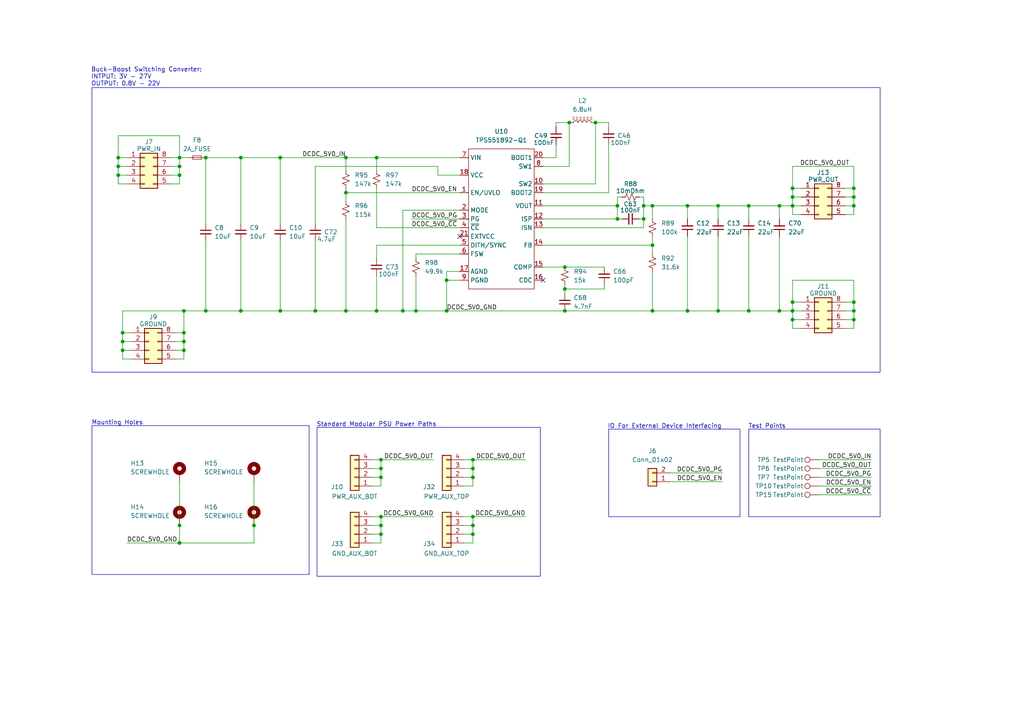
<source format=kicad_sch>
(kicad_sch
	(version 20250114)
	(generator "eeschema")
	(generator_version "9.0")
	(uuid "cef3bc91-4222-46d9-a82e-a5077040f055")
	(paper "A4")
	(title_block
		(title "Modular PSU")
		(company "DanWave Design")
		(comment 1 "Design By: Daniel Manla")
		(comment 2 "Open Hardware")
	)
	(lib_symbols
		(symbol "Connector:TestPoint"
			(pin_numbers
				(hide yes)
			)
			(pin_names
				(offset 0.762)
				(hide yes)
			)
			(exclude_from_sim no)
			(in_bom yes)
			(on_board yes)
			(property "Reference" "TP"
				(at 0 6.858 0)
				(effects
					(font
						(size 1.27 1.27)
					)
				)
			)
			(property "Value" "TestPoint"
				(at 0 5.08 0)
				(effects
					(font
						(size 1.27 1.27)
					)
				)
			)
			(property "Footprint" ""
				(at 5.08 0 0)
				(effects
					(font
						(size 1.27 1.27)
					)
					(hide yes)
				)
			)
			(property "Datasheet" "~"
				(at 5.08 0 0)
				(effects
					(font
						(size 1.27 1.27)
					)
					(hide yes)
				)
			)
			(property "Description" "test point"
				(at 0 0 0)
				(effects
					(font
						(size 1.27 1.27)
					)
					(hide yes)
				)
			)
			(property "ki_keywords" "test point tp"
				(at 0 0 0)
				(effects
					(font
						(size 1.27 1.27)
					)
					(hide yes)
				)
			)
			(property "ki_fp_filters" "Pin* Test*"
				(at 0 0 0)
				(effects
					(font
						(size 1.27 1.27)
					)
					(hide yes)
				)
			)
			(symbol "TestPoint_0_1"
				(circle
					(center 0 3.302)
					(radius 0.762)
					(stroke
						(width 0)
						(type default)
					)
					(fill
						(type none)
					)
				)
			)
			(symbol "TestPoint_1_1"
				(pin passive line
					(at 0 0 90)
					(length 2.54)
					(name "1"
						(effects
							(font
								(size 1.27 1.27)
							)
						)
					)
					(number "1"
						(effects
							(font
								(size 1.27 1.27)
							)
						)
					)
				)
			)
			(embedded_fonts no)
		)
		(symbol "Connector_Generic:Conn_01x02"
			(pin_names
				(offset 1.016)
				(hide yes)
			)
			(exclude_from_sim no)
			(in_bom yes)
			(on_board yes)
			(property "Reference" "J"
				(at 0 2.54 0)
				(effects
					(font
						(size 1.27 1.27)
					)
				)
			)
			(property "Value" "Conn_01x02"
				(at 0 -5.08 0)
				(effects
					(font
						(size 1.27 1.27)
					)
				)
			)
			(property "Footprint" ""
				(at 0 0 0)
				(effects
					(font
						(size 1.27 1.27)
					)
					(hide yes)
				)
			)
			(property "Datasheet" "~"
				(at 0 0 0)
				(effects
					(font
						(size 1.27 1.27)
					)
					(hide yes)
				)
			)
			(property "Description" "Generic connector, single row, 01x02, script generated (kicad-library-utils/schlib/autogen/connector/)"
				(at 0 0 0)
				(effects
					(font
						(size 1.27 1.27)
					)
					(hide yes)
				)
			)
			(property "ki_keywords" "connector"
				(at 0 0 0)
				(effects
					(font
						(size 1.27 1.27)
					)
					(hide yes)
				)
			)
			(property "ki_fp_filters" "Connector*:*_1x??_*"
				(at 0 0 0)
				(effects
					(font
						(size 1.27 1.27)
					)
					(hide yes)
				)
			)
			(symbol "Conn_01x02_1_1"
				(rectangle
					(start -1.27 1.27)
					(end 1.27 -3.81)
					(stroke
						(width 0.254)
						(type default)
					)
					(fill
						(type background)
					)
				)
				(rectangle
					(start -1.27 0.127)
					(end 0 -0.127)
					(stroke
						(width 0.1524)
						(type default)
					)
					(fill
						(type none)
					)
				)
				(rectangle
					(start -1.27 -2.413)
					(end 0 -2.667)
					(stroke
						(width 0.1524)
						(type default)
					)
					(fill
						(type none)
					)
				)
				(pin passive line
					(at -5.08 0 0)
					(length 3.81)
					(name "Pin_1"
						(effects
							(font
								(size 1.27 1.27)
							)
						)
					)
					(number "1"
						(effects
							(font
								(size 1.27 1.27)
							)
						)
					)
				)
				(pin passive line
					(at -5.08 -2.54 0)
					(length 3.81)
					(name "Pin_2"
						(effects
							(font
								(size 1.27 1.27)
							)
						)
					)
					(number "2"
						(effects
							(font
								(size 1.27 1.27)
							)
						)
					)
				)
			)
			(embedded_fonts no)
		)
		(symbol "Connector_Generic:Conn_01x04"
			(pin_names
				(offset 1.016)
				(hide yes)
			)
			(exclude_from_sim no)
			(in_bom yes)
			(on_board yes)
			(property "Reference" "J"
				(at 0 5.08 0)
				(effects
					(font
						(size 1.27 1.27)
					)
				)
			)
			(property "Value" "Conn_01x04"
				(at 0 -7.62 0)
				(effects
					(font
						(size 1.27 1.27)
					)
				)
			)
			(property "Footprint" ""
				(at 0 0 0)
				(effects
					(font
						(size 1.27 1.27)
					)
					(hide yes)
				)
			)
			(property "Datasheet" "~"
				(at 0 0 0)
				(effects
					(font
						(size 1.27 1.27)
					)
					(hide yes)
				)
			)
			(property "Description" "Generic connector, single row, 01x04, script generated (kicad-library-utils/schlib/autogen/connector/)"
				(at 0 0 0)
				(effects
					(font
						(size 1.27 1.27)
					)
					(hide yes)
				)
			)
			(property "ki_keywords" "connector"
				(at 0 0 0)
				(effects
					(font
						(size 1.27 1.27)
					)
					(hide yes)
				)
			)
			(property "ki_fp_filters" "Connector*:*_1x??_*"
				(at 0 0 0)
				(effects
					(font
						(size 1.27 1.27)
					)
					(hide yes)
				)
			)
			(symbol "Conn_01x04_1_1"
				(rectangle
					(start -1.27 3.81)
					(end 1.27 -6.35)
					(stroke
						(width 0.254)
						(type default)
					)
					(fill
						(type background)
					)
				)
				(rectangle
					(start -1.27 2.667)
					(end 0 2.413)
					(stroke
						(width 0.1524)
						(type default)
					)
					(fill
						(type none)
					)
				)
				(rectangle
					(start -1.27 0.127)
					(end 0 -0.127)
					(stroke
						(width 0.1524)
						(type default)
					)
					(fill
						(type none)
					)
				)
				(rectangle
					(start -1.27 -2.413)
					(end 0 -2.667)
					(stroke
						(width 0.1524)
						(type default)
					)
					(fill
						(type none)
					)
				)
				(rectangle
					(start -1.27 -4.953)
					(end 0 -5.207)
					(stroke
						(width 0.1524)
						(type default)
					)
					(fill
						(type none)
					)
				)
				(pin passive line
					(at -5.08 2.54 0)
					(length 3.81)
					(name "Pin_1"
						(effects
							(font
								(size 1.27 1.27)
							)
						)
					)
					(number "1"
						(effects
							(font
								(size 1.27 1.27)
							)
						)
					)
				)
				(pin passive line
					(at -5.08 0 0)
					(length 3.81)
					(name "Pin_2"
						(effects
							(font
								(size 1.27 1.27)
							)
						)
					)
					(number "2"
						(effects
							(font
								(size 1.27 1.27)
							)
						)
					)
				)
				(pin passive line
					(at -5.08 -2.54 0)
					(length 3.81)
					(name "Pin_3"
						(effects
							(font
								(size 1.27 1.27)
							)
						)
					)
					(number "3"
						(effects
							(font
								(size 1.27 1.27)
							)
						)
					)
				)
				(pin passive line
					(at -5.08 -5.08 0)
					(length 3.81)
					(name "Pin_4"
						(effects
							(font
								(size 1.27 1.27)
							)
						)
					)
					(number "4"
						(effects
							(font
								(size 1.27 1.27)
							)
						)
					)
				)
			)
			(embedded_fonts no)
		)
		(symbol "Connector_Generic:Conn_02x04_Counter_Clockwise"
			(pin_names
				(offset 1.016)
				(hide yes)
			)
			(exclude_from_sim no)
			(in_bom yes)
			(on_board yes)
			(property "Reference" "J"
				(at 1.27 5.08 0)
				(effects
					(font
						(size 1.27 1.27)
					)
				)
			)
			(property "Value" "Conn_02x04_Counter_Clockwise"
				(at 1.27 -7.62 0)
				(effects
					(font
						(size 1.27 1.27)
					)
				)
			)
			(property "Footprint" ""
				(at 0 0 0)
				(effects
					(font
						(size 1.27 1.27)
					)
					(hide yes)
				)
			)
			(property "Datasheet" "~"
				(at 0 0 0)
				(effects
					(font
						(size 1.27 1.27)
					)
					(hide yes)
				)
			)
			(property "Description" "Generic connector, double row, 02x04, counter clockwise pin numbering scheme (similar to DIP package numbering), script generated (kicad-library-utils/schlib/autogen/connector/)"
				(at 0 0 0)
				(effects
					(font
						(size 1.27 1.27)
					)
					(hide yes)
				)
			)
			(property "ki_keywords" "connector"
				(at 0 0 0)
				(effects
					(font
						(size 1.27 1.27)
					)
					(hide yes)
				)
			)
			(property "ki_fp_filters" "Connector*:*_2x??_*"
				(at 0 0 0)
				(effects
					(font
						(size 1.27 1.27)
					)
					(hide yes)
				)
			)
			(symbol "Conn_02x04_Counter_Clockwise_1_1"
				(rectangle
					(start -1.27 3.81)
					(end 3.81 -6.35)
					(stroke
						(width 0.254)
						(type default)
					)
					(fill
						(type background)
					)
				)
				(rectangle
					(start -1.27 2.667)
					(end 0 2.413)
					(stroke
						(width 0.1524)
						(type default)
					)
					(fill
						(type none)
					)
				)
				(rectangle
					(start -1.27 0.127)
					(end 0 -0.127)
					(stroke
						(width 0.1524)
						(type default)
					)
					(fill
						(type none)
					)
				)
				(rectangle
					(start -1.27 -2.413)
					(end 0 -2.667)
					(stroke
						(width 0.1524)
						(type default)
					)
					(fill
						(type none)
					)
				)
				(rectangle
					(start -1.27 -4.953)
					(end 0 -5.207)
					(stroke
						(width 0.1524)
						(type default)
					)
					(fill
						(type none)
					)
				)
				(rectangle
					(start 3.81 2.667)
					(end 2.54 2.413)
					(stroke
						(width 0.1524)
						(type default)
					)
					(fill
						(type none)
					)
				)
				(rectangle
					(start 3.81 0.127)
					(end 2.54 -0.127)
					(stroke
						(width 0.1524)
						(type default)
					)
					(fill
						(type none)
					)
				)
				(rectangle
					(start 3.81 -2.413)
					(end 2.54 -2.667)
					(stroke
						(width 0.1524)
						(type default)
					)
					(fill
						(type none)
					)
				)
				(rectangle
					(start 3.81 -4.953)
					(end 2.54 -5.207)
					(stroke
						(width 0.1524)
						(type default)
					)
					(fill
						(type none)
					)
				)
				(pin passive line
					(at -5.08 2.54 0)
					(length 3.81)
					(name "Pin_1"
						(effects
							(font
								(size 1.27 1.27)
							)
						)
					)
					(number "1"
						(effects
							(font
								(size 1.27 1.27)
							)
						)
					)
				)
				(pin passive line
					(at -5.08 0 0)
					(length 3.81)
					(name "Pin_2"
						(effects
							(font
								(size 1.27 1.27)
							)
						)
					)
					(number "2"
						(effects
							(font
								(size 1.27 1.27)
							)
						)
					)
				)
				(pin passive line
					(at -5.08 -2.54 0)
					(length 3.81)
					(name "Pin_3"
						(effects
							(font
								(size 1.27 1.27)
							)
						)
					)
					(number "3"
						(effects
							(font
								(size 1.27 1.27)
							)
						)
					)
				)
				(pin passive line
					(at -5.08 -5.08 0)
					(length 3.81)
					(name "Pin_4"
						(effects
							(font
								(size 1.27 1.27)
							)
						)
					)
					(number "4"
						(effects
							(font
								(size 1.27 1.27)
							)
						)
					)
				)
				(pin passive line
					(at 7.62 2.54 180)
					(length 3.81)
					(name "Pin_8"
						(effects
							(font
								(size 1.27 1.27)
							)
						)
					)
					(number "8"
						(effects
							(font
								(size 1.27 1.27)
							)
						)
					)
				)
				(pin passive line
					(at 7.62 0 180)
					(length 3.81)
					(name "Pin_7"
						(effects
							(font
								(size 1.27 1.27)
							)
						)
					)
					(number "7"
						(effects
							(font
								(size 1.27 1.27)
							)
						)
					)
				)
				(pin passive line
					(at 7.62 -2.54 180)
					(length 3.81)
					(name "Pin_6"
						(effects
							(font
								(size 1.27 1.27)
							)
						)
					)
					(number "6"
						(effects
							(font
								(size 1.27 1.27)
							)
						)
					)
				)
				(pin passive line
					(at 7.62 -5.08 180)
					(length 3.81)
					(name "Pin_5"
						(effects
							(font
								(size 1.27 1.27)
							)
						)
					)
					(number "5"
						(effects
							(font
								(size 1.27 1.27)
							)
						)
					)
				)
			)
			(embedded_fonts no)
		)
		(symbol "Device:C_Small"
			(pin_numbers
				(hide yes)
			)
			(pin_names
				(offset 0.254)
				(hide yes)
			)
			(exclude_from_sim no)
			(in_bom yes)
			(on_board yes)
			(property "Reference" "C"
				(at 0.254 1.778 0)
				(effects
					(font
						(size 1.27 1.27)
					)
					(justify left)
				)
			)
			(property "Value" "C_Small"
				(at 0.254 -2.032 0)
				(effects
					(font
						(size 1.27 1.27)
					)
					(justify left)
				)
			)
			(property "Footprint" ""
				(at 0 0 0)
				(effects
					(font
						(size 1.27 1.27)
					)
					(hide yes)
				)
			)
			(property "Datasheet" "~"
				(at 0 0 0)
				(effects
					(font
						(size 1.27 1.27)
					)
					(hide yes)
				)
			)
			(property "Description" "Unpolarized capacitor, small symbol"
				(at 0 0 0)
				(effects
					(font
						(size 1.27 1.27)
					)
					(hide yes)
				)
			)
			(property "ki_keywords" "capacitor cap"
				(at 0 0 0)
				(effects
					(font
						(size 1.27 1.27)
					)
					(hide yes)
				)
			)
			(property "ki_fp_filters" "C_*"
				(at 0 0 0)
				(effects
					(font
						(size 1.27 1.27)
					)
					(hide yes)
				)
			)
			(symbol "C_Small_0_1"
				(polyline
					(pts
						(xy -1.524 0.508) (xy 1.524 0.508)
					)
					(stroke
						(width 0.3048)
						(type default)
					)
					(fill
						(type none)
					)
				)
				(polyline
					(pts
						(xy -1.524 -0.508) (xy 1.524 -0.508)
					)
					(stroke
						(width 0.3302)
						(type default)
					)
					(fill
						(type none)
					)
				)
			)
			(symbol "C_Small_1_1"
				(pin passive line
					(at 0 2.54 270)
					(length 2.032)
					(name "~"
						(effects
							(font
								(size 1.27 1.27)
							)
						)
					)
					(number "1"
						(effects
							(font
								(size 1.27 1.27)
							)
						)
					)
				)
				(pin passive line
					(at 0 -2.54 90)
					(length 2.032)
					(name "~"
						(effects
							(font
								(size 1.27 1.27)
							)
						)
					)
					(number "2"
						(effects
							(font
								(size 1.27 1.27)
							)
						)
					)
				)
			)
			(embedded_fonts no)
		)
		(symbol "Device:Fuse_Small"
			(pin_numbers
				(hide yes)
			)
			(pin_names
				(offset 0.254)
				(hide yes)
			)
			(exclude_from_sim no)
			(in_bom yes)
			(on_board yes)
			(property "Reference" "F"
				(at 0 -1.524 0)
				(effects
					(font
						(size 1.27 1.27)
					)
				)
			)
			(property "Value" "Fuse_Small"
				(at 0 1.524 0)
				(effects
					(font
						(size 1.27 1.27)
					)
				)
			)
			(property "Footprint" ""
				(at 0 0 0)
				(effects
					(font
						(size 1.27 1.27)
					)
					(hide yes)
				)
			)
			(property "Datasheet" "~"
				(at 0 0 0)
				(effects
					(font
						(size 1.27 1.27)
					)
					(hide yes)
				)
			)
			(property "Description" "Fuse, small symbol"
				(at 0 0 0)
				(effects
					(font
						(size 1.27 1.27)
					)
					(hide yes)
				)
			)
			(property "ki_keywords" "fuse"
				(at 0 0 0)
				(effects
					(font
						(size 1.27 1.27)
					)
					(hide yes)
				)
			)
			(property "ki_fp_filters" "*Fuse*"
				(at 0 0 0)
				(effects
					(font
						(size 1.27 1.27)
					)
					(hide yes)
				)
			)
			(symbol "Fuse_Small_0_1"
				(rectangle
					(start -1.27 0.508)
					(end 1.27 -0.508)
					(stroke
						(width 0)
						(type default)
					)
					(fill
						(type none)
					)
				)
				(polyline
					(pts
						(xy -1.27 0) (xy 1.27 0)
					)
					(stroke
						(width 0)
						(type default)
					)
					(fill
						(type none)
					)
				)
			)
			(symbol "Fuse_Small_1_1"
				(pin passive line
					(at -2.54 0 0)
					(length 1.27)
					(name "~"
						(effects
							(font
								(size 1.27 1.27)
							)
						)
					)
					(number "1"
						(effects
							(font
								(size 1.27 1.27)
							)
						)
					)
				)
				(pin passive line
					(at 2.54 0 180)
					(length 1.27)
					(name "~"
						(effects
							(font
								(size 1.27 1.27)
							)
						)
					)
					(number "2"
						(effects
							(font
								(size 1.27 1.27)
							)
						)
					)
				)
			)
			(embedded_fonts no)
		)
		(symbol "Device:L_Ferrite"
			(pin_numbers
				(hide yes)
			)
			(pin_names
				(offset 1.016)
				(hide yes)
			)
			(exclude_from_sim no)
			(in_bom yes)
			(on_board yes)
			(property "Reference" "L"
				(at -1.27 0 90)
				(effects
					(font
						(size 1.27 1.27)
					)
				)
			)
			(property "Value" "L_Ferrite"
				(at 2.794 0 90)
				(effects
					(font
						(size 1.27 1.27)
					)
				)
			)
			(property "Footprint" ""
				(at 0 0 0)
				(effects
					(font
						(size 1.27 1.27)
					)
					(hide yes)
				)
			)
			(property "Datasheet" "~"
				(at 0 0 0)
				(effects
					(font
						(size 1.27 1.27)
					)
					(hide yes)
				)
			)
			(property "Description" "Inductor with ferrite core"
				(at 0 0 0)
				(effects
					(font
						(size 1.27 1.27)
					)
					(hide yes)
				)
			)
			(property "ki_keywords" "inductor choke coil reactor magnetic"
				(at 0 0 0)
				(effects
					(font
						(size 1.27 1.27)
					)
					(hide yes)
				)
			)
			(property "ki_fp_filters" "Choke_* *Coil* Inductor_* L_*"
				(at 0 0 0)
				(effects
					(font
						(size 1.27 1.27)
					)
					(hide yes)
				)
			)
			(symbol "L_Ferrite_0_1"
				(arc
					(start 0 2.54)
					(mid 0.6323 1.905)
					(end 0 1.27)
					(stroke
						(width 0)
						(type default)
					)
					(fill
						(type none)
					)
				)
				(arc
					(start 0 1.27)
					(mid 0.6323 0.635)
					(end 0 0)
					(stroke
						(width 0)
						(type default)
					)
					(fill
						(type none)
					)
				)
				(arc
					(start 0 0)
					(mid 0.6323 -0.635)
					(end 0 -1.27)
					(stroke
						(width 0)
						(type default)
					)
					(fill
						(type none)
					)
				)
				(arc
					(start 0 -1.27)
					(mid 0.6323 -1.905)
					(end 0 -2.54)
					(stroke
						(width 0)
						(type default)
					)
					(fill
						(type none)
					)
				)
				(polyline
					(pts
						(xy 1.016 2.286) (xy 1.016 2.794)
					)
					(stroke
						(width 0)
						(type default)
					)
					(fill
						(type none)
					)
				)
				(polyline
					(pts
						(xy 1.016 1.27) (xy 1.016 1.778)
					)
					(stroke
						(width 0)
						(type default)
					)
					(fill
						(type none)
					)
				)
				(polyline
					(pts
						(xy 1.016 0.254) (xy 1.016 0.762)
					)
					(stroke
						(width 0)
						(type default)
					)
					(fill
						(type none)
					)
				)
				(polyline
					(pts
						(xy 1.016 -0.762) (xy 1.016 -0.254)
					)
					(stroke
						(width 0)
						(type default)
					)
					(fill
						(type none)
					)
				)
				(polyline
					(pts
						(xy 1.016 -1.778) (xy 1.016 -1.27)
					)
					(stroke
						(width 0)
						(type default)
					)
					(fill
						(type none)
					)
				)
				(polyline
					(pts
						(xy 1.016 -2.794) (xy 1.016 -2.286)
					)
					(stroke
						(width 0)
						(type default)
					)
					(fill
						(type none)
					)
				)
				(polyline
					(pts
						(xy 1.524 2.794) (xy 1.524 2.286)
					)
					(stroke
						(width 0)
						(type default)
					)
					(fill
						(type none)
					)
				)
				(polyline
					(pts
						(xy 1.524 1.778) (xy 1.524 1.27)
					)
					(stroke
						(width 0)
						(type default)
					)
					(fill
						(type none)
					)
				)
				(polyline
					(pts
						(xy 1.524 0.762) (xy 1.524 0.254)
					)
					(stroke
						(width 0)
						(type default)
					)
					(fill
						(type none)
					)
				)
				(polyline
					(pts
						(xy 1.524 -0.254) (xy 1.524 -0.762)
					)
					(stroke
						(width 0)
						(type default)
					)
					(fill
						(type none)
					)
				)
				(polyline
					(pts
						(xy 1.524 -1.27) (xy 1.524 -1.778)
					)
					(stroke
						(width 0)
						(type default)
					)
					(fill
						(type none)
					)
				)
				(polyline
					(pts
						(xy 1.524 -2.286) (xy 1.524 -2.794)
					)
					(stroke
						(width 0)
						(type default)
					)
					(fill
						(type none)
					)
				)
			)
			(symbol "L_Ferrite_1_1"
				(pin passive line
					(at 0 3.81 270)
					(length 1.27)
					(name "1"
						(effects
							(font
								(size 1.27 1.27)
							)
						)
					)
					(number "1"
						(effects
							(font
								(size 1.27 1.27)
							)
						)
					)
				)
				(pin passive line
					(at 0 -3.81 90)
					(length 1.27)
					(name "2"
						(effects
							(font
								(size 1.27 1.27)
							)
						)
					)
					(number "2"
						(effects
							(font
								(size 1.27 1.27)
							)
						)
					)
				)
			)
			(embedded_fonts no)
		)
		(symbol "Device:R_Small_US"
			(pin_numbers
				(hide yes)
			)
			(pin_names
				(offset 0.254)
				(hide yes)
			)
			(exclude_from_sim no)
			(in_bom yes)
			(on_board yes)
			(property "Reference" "R"
				(at 0.762 0.508 0)
				(effects
					(font
						(size 1.27 1.27)
					)
					(justify left)
				)
			)
			(property "Value" "R_Small_US"
				(at 0.762 -1.016 0)
				(effects
					(font
						(size 1.27 1.27)
					)
					(justify left)
				)
			)
			(property "Footprint" ""
				(at 0 0 0)
				(effects
					(font
						(size 1.27 1.27)
					)
					(hide yes)
				)
			)
			(property "Datasheet" "~"
				(at 0 0 0)
				(effects
					(font
						(size 1.27 1.27)
					)
					(hide yes)
				)
			)
			(property "Description" "Resistor, small US symbol"
				(at 0 0 0)
				(effects
					(font
						(size 1.27 1.27)
					)
					(hide yes)
				)
			)
			(property "ki_keywords" "r resistor"
				(at 0 0 0)
				(effects
					(font
						(size 1.27 1.27)
					)
					(hide yes)
				)
			)
			(property "ki_fp_filters" "R_*"
				(at 0 0 0)
				(effects
					(font
						(size 1.27 1.27)
					)
					(hide yes)
				)
			)
			(symbol "R_Small_US_1_1"
				(polyline
					(pts
						(xy 0 1.524) (xy 1.016 1.143) (xy 0 0.762) (xy -1.016 0.381) (xy 0 0)
					)
					(stroke
						(width 0)
						(type default)
					)
					(fill
						(type none)
					)
				)
				(polyline
					(pts
						(xy 0 0) (xy 1.016 -0.381) (xy 0 -0.762) (xy -1.016 -1.143) (xy 0 -1.524)
					)
					(stroke
						(width 0)
						(type default)
					)
					(fill
						(type none)
					)
				)
				(pin passive line
					(at 0 2.54 270)
					(length 1.016)
					(name "~"
						(effects
							(font
								(size 1.27 1.27)
							)
						)
					)
					(number "1"
						(effects
							(font
								(size 1.27 1.27)
							)
						)
					)
				)
				(pin passive line
					(at 0 -2.54 90)
					(length 1.016)
					(name "~"
						(effects
							(font
								(size 1.27 1.27)
							)
						)
					)
					(number "2"
						(effects
							(font
								(size 1.27 1.27)
							)
						)
					)
				)
			)
			(embedded_fonts no)
		)
		(symbol "EXT_DCDC:TPS551892"
			(exclude_from_sim no)
			(in_bom yes)
			(on_board yes)
			(property "Reference" "U"
				(at 0 0 0)
				(effects
					(font
						(size 1.27 1.27)
					)
				)
			)
			(property "Value" "TPS551892-Q1"
				(at 0 0 0)
				(effects
					(font
						(size 1.27 1.27)
					)
				)
			)
			(property "Footprint" "CUSTOM_QFN:VREG_TPS552892QWRYQRQ1"
				(at 0 0 0)
				(effects
					(font
						(size 1.27 1.27)
					)
					(hide yes)
				)
			)
			(property "Datasheet" "https://www.ti.com/lit/ds/symlink/tps551892-q1.pdf?ts=1745508604606"
				(at 0 0 0)
				(effects
					(font
						(size 1.27 1.27)
					)
					(hide yes)
				)
			)
			(property "Description" "TPS551892-Q1, Automotive, 27V, 8A, Fully Integrated Buck-boost Converter"
				(at 0 0 0)
				(effects
					(font
						(size 1.27 1.27)
					)
					(hide yes)
				)
			)
			(property "ki_keywords" "TPS551892-Q1 synchronous buck-boost TI Texas Instruments AEC-Q100 8A"
				(at 0 0 0)
				(effects
					(font
						(size 1.27 1.27)
					)
					(hide yes)
				)
			)
			(symbol "TPS551892_0_1"
				(rectangle
					(start -8.89 -1.27)
					(end 10.16 -41.91)
					(stroke
						(width 0)
						(type default)
					)
					(fill
						(type none)
					)
				)
			)
			(symbol "TPS551892_1_1"
				(pin power_in line
					(at -11.43 -3.81 0)
					(length 2.54)
					(name "VIN"
						(effects
							(font
								(size 1.27 1.27)
							)
						)
					)
					(number "7"
						(effects
							(font
								(size 1.27 1.27)
							)
						)
					)
				)
				(pin power_in line
					(at -11.43 -8.89 0)
					(length 2.54)
					(name "VCC"
						(effects
							(font
								(size 1.27 1.27)
							)
						)
					)
					(number "18"
						(effects
							(font
								(size 1.27 1.27)
							)
						)
					)
				)
				(pin input line
					(at -11.43 -13.97 0)
					(length 2.54)
					(name "EN/UVLO"
						(effects
							(font
								(size 1.27 1.27)
							)
						)
					)
					(number "1"
						(effects
							(font
								(size 1.27 1.27)
							)
						)
					)
				)
				(pin input line
					(at -11.43 -19.05 0)
					(length 2.54)
					(name "MODE"
						(effects
							(font
								(size 1.27 1.27)
							)
						)
					)
					(number "2"
						(effects
							(font
								(size 1.27 1.27)
							)
						)
					)
				)
				(pin output line
					(at -11.43 -21.59 0)
					(length 2.54)
					(name "PG"
						(effects
							(font
								(size 1.27 1.27)
							)
						)
					)
					(number "3"
						(effects
							(font
								(size 1.27 1.27)
							)
						)
					)
				)
				(pin input line
					(at -11.43 -24.13 0)
					(length 2.54)
					(name "~{CC}"
						(effects
							(font
								(size 1.27 1.27)
							)
						)
					)
					(number "4"
						(effects
							(font
								(size 1.27 1.27)
							)
						)
					)
				)
				(pin input line
					(at -11.43 -26.67 0)
					(length 2.54)
					(name "EXTVCC"
						(effects
							(font
								(size 1.27 1.27)
							)
						)
					)
					(number "21"
						(effects
							(font
								(size 1.27 1.27)
							)
						)
					)
				)
				(pin input line
					(at -11.43 -29.21 0)
					(length 2.54)
					(name "DITH/SYNC"
						(effects
							(font
								(size 1.27 1.27)
							)
						)
					)
					(number "5"
						(effects
							(font
								(size 1.27 1.27)
							)
						)
					)
				)
				(pin input line
					(at -11.43 -31.75 0)
					(length 2.54)
					(name "FSW"
						(effects
							(font
								(size 1.27 1.27)
							)
						)
					)
					(number "6"
						(effects
							(font
								(size 1.27 1.27)
							)
						)
					)
				)
				(pin power_out line
					(at -11.43 -36.83 0)
					(length 2.54)
					(name "AGND"
						(effects
							(font
								(size 1.27 1.27)
							)
						)
					)
					(number "17"
						(effects
							(font
								(size 1.27 1.27)
							)
						)
					)
				)
				(pin power_out line
					(at -11.43 -39.37 0)
					(length 2.54)
					(name "PGND"
						(effects
							(font
								(size 1.27 1.27)
							)
						)
					)
					(number "9"
						(effects
							(font
								(size 1.27 1.27)
							)
						)
					)
				)
				(pin power_in line
					(at 12.7 -3.81 180)
					(length 2.54)
					(name "BOOT1"
						(effects
							(font
								(size 1.27 1.27)
							)
						)
					)
					(number "20"
						(effects
							(font
								(size 1.27 1.27)
							)
						)
					)
				)
				(pin bidirectional line
					(at 12.7 -6.35 180)
					(length 2.54)
					(name "SW1"
						(effects
							(font
								(size 1.27 1.27)
							)
						)
					)
					(number "8"
						(effects
							(font
								(size 1.27 1.27)
							)
						)
					)
				)
				(pin bidirectional line
					(at 12.7 -11.43 180)
					(length 2.54)
					(name "SW2"
						(effects
							(font
								(size 1.27 1.27)
							)
						)
					)
					(number "10"
						(effects
							(font
								(size 1.27 1.27)
							)
						)
					)
				)
				(pin power_in line
					(at 12.7 -13.97 180)
					(length 2.54)
					(name "BOOT2"
						(effects
							(font
								(size 1.27 1.27)
							)
						)
					)
					(number "19"
						(effects
							(font
								(size 1.27 1.27)
							)
						)
					)
				)
				(pin power_out line
					(at 12.7 -17.78 180)
					(length 2.54)
					(name "VOUT"
						(effects
							(font
								(size 1.27 1.27)
							)
						)
					)
					(number "11"
						(effects
							(font
								(size 1.27 1.27)
							)
						)
					)
				)
				(pin input line
					(at 12.7 -21.59 180)
					(length 2.54)
					(name "ISP"
						(effects
							(font
								(size 1.27 1.27)
							)
						)
					)
					(number "12"
						(effects
							(font
								(size 1.27 1.27)
							)
						)
					)
				)
				(pin input line
					(at 12.7 -24.13 180)
					(length 2.54)
					(name "ISN"
						(effects
							(font
								(size 1.27 1.27)
							)
						)
					)
					(number "13"
						(effects
							(font
								(size 1.27 1.27)
							)
						)
					)
				)
				(pin input line
					(at 12.7 -29.21 180)
					(length 2.54)
					(name "FB"
						(effects
							(font
								(size 1.27 1.27)
							)
						)
					)
					(number "14"
						(effects
							(font
								(size 1.27 1.27)
							)
						)
					)
				)
				(pin input line
					(at 12.7 -35.56 180)
					(length 2.54)
					(name "COMP"
						(effects
							(font
								(size 1.27 1.27)
							)
						)
					)
					(number "15"
						(effects
							(font
								(size 1.27 1.27)
							)
						)
					)
				)
				(pin input line
					(at 12.7 -39.37 180)
					(length 2.54)
					(name "CDC"
						(effects
							(font
								(size 1.27 1.27)
							)
						)
					)
					(number "16"
						(effects
							(font
								(size 1.27 1.27)
							)
						)
					)
				)
			)
			(embedded_fonts no)
		)
		(symbol "Mechanical:MountingHole_Pad"
			(pin_numbers
				(hide yes)
			)
			(pin_names
				(offset 1.016)
				(hide yes)
			)
			(exclude_from_sim yes)
			(in_bom no)
			(on_board yes)
			(property "Reference" "H"
				(at 0 6.35 0)
				(effects
					(font
						(size 1.27 1.27)
					)
				)
			)
			(property "Value" "MountingHole_Pad"
				(at 0 4.445 0)
				(effects
					(font
						(size 1.27 1.27)
					)
				)
			)
			(property "Footprint" ""
				(at 0 0 0)
				(effects
					(font
						(size 1.27 1.27)
					)
					(hide yes)
				)
			)
			(property "Datasheet" "~"
				(at 0 0 0)
				(effects
					(font
						(size 1.27 1.27)
					)
					(hide yes)
				)
			)
			(property "Description" "Mounting Hole with connection"
				(at 0 0 0)
				(effects
					(font
						(size 1.27 1.27)
					)
					(hide yes)
				)
			)
			(property "ki_keywords" "mounting hole"
				(at 0 0 0)
				(effects
					(font
						(size 1.27 1.27)
					)
					(hide yes)
				)
			)
			(property "ki_fp_filters" "MountingHole*Pad*"
				(at 0 0 0)
				(effects
					(font
						(size 1.27 1.27)
					)
					(hide yes)
				)
			)
			(symbol "MountingHole_Pad_0_1"
				(circle
					(center 0 1.27)
					(radius 1.27)
					(stroke
						(width 1.27)
						(type default)
					)
					(fill
						(type none)
					)
				)
			)
			(symbol "MountingHole_Pad_1_1"
				(pin input line
					(at 0 -2.54 90)
					(length 2.54)
					(name "1"
						(effects
							(font
								(size 1.27 1.27)
							)
						)
					)
					(number "1"
						(effects
							(font
								(size 1.27 1.27)
							)
						)
					)
				)
			)
			(embedded_fonts no)
		)
	)
	(rectangle
		(start 176.53 124.46)
		(end 214.63 149.86)
		(stroke
			(width 0)
			(type default)
		)
		(fill
			(type none)
		)
		(uuid 4a8e8af3-4835-4b15-8909-9e7d79936e69)
	)
	(rectangle
		(start 26.67 123.444)
		(end 89.662 166.624)
		(stroke
			(width 0)
			(type default)
		)
		(fill
			(type none)
		)
		(uuid 59cb73d4-0b4d-418e-bc3c-f25ed5eca75a)
	)
	(rectangle
		(start 217.17 124.46)
		(end 255.27 149.86)
		(stroke
			(width 0)
			(type default)
		)
		(fill
			(type none)
		)
		(uuid 63ac2626-41d5-4a26-b5a6-c69891605bf7)
	)
	(rectangle
		(start 91.948 123.952)
		(end 156.718 167.132)
		(stroke
			(width 0)
			(type default)
		)
		(fill
			(type none)
		)
		(uuid 8ce08236-0083-4a3e-a864-93c02385c5ad)
	)
	(rectangle
		(start 26.67 25.4)
		(end 255.27 107.95)
		(stroke
			(width 0)
			(type default)
		)
		(fill
			(type none)
		)
		(uuid e2ca7a2d-249d-4fef-8e22-7c495c5af777)
	)
	(text "Mounting Holes"
		(exclude_from_sim no)
		(at 34.036 122.682 0)
		(effects
			(font
				(size 1.27 1.27)
			)
		)
		(uuid "2458ec48-e821-4d83-a04d-d093c334a189")
	)
	(text "Standard Modular PSU Power Paths"
		(exclude_from_sim no)
		(at 109.22 123.19 0)
		(effects
			(font
				(size 1.27 1.27)
			)
		)
		(uuid "2918b1a5-b03f-48e5-9ca1-14722a1cb3ce")
	)
	(text "Test Points"
		(exclude_from_sim no)
		(at 222.504 123.698 0)
		(effects
			(font
				(size 1.27 1.27)
			)
		)
		(uuid "3c976d45-ca86-4b25-a58e-96a504f1231a")
	)
	(text "Buck-Boost Switching Converter: \nINTPUT: 3V - 27V\nOUTPUT: 0.8V - 22V"
		(exclude_from_sim no)
		(at 26.416 22.352 0)
		(effects
			(font
				(size 1.27 1.27)
			)
			(justify left)
		)
		(uuid "7cbab5e5-1a2d-4fd1-b74a-4b7f7e54f019")
	)
	(text "IO For External Device Interfacing"
		(exclude_from_sim no)
		(at 192.786 123.698 0)
		(effects
			(font
				(size 1.27 1.27)
			)
		)
		(uuid "f3c0daf4-dc85-4e21-80c4-c82b14e08c63")
	)
	(junction
		(at 59.69 45.72)
		(diameter 0)
		(color 0 0 0 0)
		(uuid "03e38e50-bd83-4f0b-bef5-627265628013")
	)
	(junction
		(at 163.83 83.82)
		(diameter 0)
		(color 0 0 0 0)
		(uuid "071ff5de-05e7-4561-b0da-7f4f6da2fb38")
	)
	(junction
		(at 247.65 57.15)
		(diameter 0)
		(color 0 0 0 0)
		(uuid "0c80769c-97c5-4d66-b8b4-b68fad065451")
	)
	(junction
		(at 129.54 81.28)
		(diameter 0)
		(color 0 0 0 0)
		(uuid "1190adb5-13f1-4939-aed9-80e2e8db26a1")
	)
	(junction
		(at 52.07 45.72)
		(diameter 0)
		(color 0 0 0 0)
		(uuid "1257c253-6fd8-401f-8597-32d0db79ae6e")
	)
	(junction
		(at 229.87 54.61)
		(diameter 0)
		(color 0 0 0 0)
		(uuid "13e89399-d808-476f-96f0-bd072b17ef5f")
	)
	(junction
		(at 165.1 35.56)
		(diameter 0)
		(color 0 0 0 0)
		(uuid "1f3b4665-79af-4774-a2c8-59cf9d2aac68")
	)
	(junction
		(at 52.07 157.48)
		(diameter 0)
		(color 0 0 0 0)
		(uuid "22bbf612-c2f3-4850-95ea-0899c2597aa9")
	)
	(junction
		(at 100.33 55.88)
		(diameter 0)
		(color 0 0 0 0)
		(uuid "2a9d106e-64eb-4d95-b02b-526bf874fd46")
	)
	(junction
		(at 189.23 71.12)
		(diameter 0)
		(color 0 0 0 0)
		(uuid "2b1f0271-8de1-4f0f-b3dd-efbe63e8a7e9")
	)
	(junction
		(at 163.83 77.47)
		(diameter 0)
		(color 0 0 0 0)
		(uuid "2bb36957-687d-4e73-9136-63aefcca96a0")
	)
	(junction
		(at 100.33 90.17)
		(diameter 0)
		(color 0 0 0 0)
		(uuid "30232668-0aec-4aae-a43f-007f476fc099")
	)
	(junction
		(at 137.16 149.86)
		(diameter 0)
		(color 0 0 0 0)
		(uuid "310e2d73-20e2-4cbc-8554-6cc67a50e31a")
	)
	(junction
		(at 109.22 45.72)
		(diameter 0)
		(color 0 0 0 0)
		(uuid "339ec701-dbef-401b-9e98-40ad57f59a70")
	)
	(junction
		(at 110.49 149.86)
		(diameter 0)
		(color 0 0 0 0)
		(uuid "3453330a-2b6c-47c8-a74e-801968febd7c")
	)
	(junction
		(at 137.16 133.35)
		(diameter 0)
		(color 0 0 0 0)
		(uuid "37d2a4c7-e65f-44cb-bf01-ad4f49198918")
	)
	(junction
		(at 34.29 45.72)
		(diameter 0)
		(color 0 0 0 0)
		(uuid "41fa7b16-947c-4824-8bd5-602442f53bfc")
	)
	(junction
		(at 172.72 35.56)
		(diameter 0)
		(color 0 0 0 0)
		(uuid "43ea4791-e025-42c9-815c-605db005933a")
	)
	(junction
		(at 100.33 45.72)
		(diameter 0)
		(color 0 0 0 0)
		(uuid "46045fef-aa03-4223-be6b-6188f66f11fb")
	)
	(junction
		(at 69.85 90.17)
		(diameter 0)
		(color 0 0 0 0)
		(uuid "469bd685-5c1b-44da-9432-c7ffd0d75c24")
	)
	(junction
		(at 199.39 59.69)
		(diameter 0)
		(color 0 0 0 0)
		(uuid "475238fd-29b1-4658-ade2-6ca906c9ba97")
	)
	(junction
		(at 34.29 48.26)
		(diameter 0)
		(color 0 0 0 0)
		(uuid "4a98b9a1-d590-427f-a079-2caad802fbd5")
	)
	(junction
		(at 186.69 59.69)
		(diameter 0)
		(color 0 0 0 0)
		(uuid "4d52660c-8a46-4256-98a9-6a19d29f6800")
	)
	(junction
		(at 179.07 63.5)
		(diameter 0)
		(color 0 0 0 0)
		(uuid "56507abf-3ff8-4c33-b043-2ca9b22fcbb5")
	)
	(junction
		(at 110.49 138.43)
		(diameter 0)
		(color 0 0 0 0)
		(uuid "58b32f74-45ab-45ea-b134-edad88d34b27")
	)
	(junction
		(at 247.65 59.69)
		(diameter 0)
		(color 0 0 0 0)
		(uuid "5bdc8bde-b90c-4fe9-9e65-d7d266c56df5")
	)
	(junction
		(at 247.65 54.61)
		(diameter 0)
		(color 0 0 0 0)
		(uuid "626a4bf6-82f1-4679-b771-702733810c64")
	)
	(junction
		(at 110.49 133.35)
		(diameter 0)
		(color 0 0 0 0)
		(uuid "62a90310-6153-4192-a540-6381889ad2a6")
	)
	(junction
		(at 247.65 92.71)
		(diameter 0)
		(color 0 0 0 0)
		(uuid "633302e0-dc7a-4a96-9472-07b2d66e28c9")
	)
	(junction
		(at 52.07 152.4)
		(diameter 0)
		(color 0 0 0 0)
		(uuid "64fb97fe-37e6-4348-9e12-1e08f933239a")
	)
	(junction
		(at 81.28 90.17)
		(diameter 0)
		(color 0 0 0 0)
		(uuid "651c79d0-81f6-4752-a762-8e1ba0b9d0a3")
	)
	(junction
		(at 91.44 90.17)
		(diameter 0)
		(color 0 0 0 0)
		(uuid "66bb57bb-a1f9-43ff-b066-417ef4f7f5f9")
	)
	(junction
		(at 217.17 59.69)
		(diameter 0)
		(color 0 0 0 0)
		(uuid "680857a5-9489-4a9c-b21f-59591cfb6d46")
	)
	(junction
		(at 226.06 59.69)
		(diameter 0)
		(color 0 0 0 0)
		(uuid "6967e8d9-753d-4d3f-bf37-8b97f133f462")
	)
	(junction
		(at 35.56 96.52)
		(diameter 0)
		(color 0 0 0 0)
		(uuid "6afaaa51-92ac-4f09-8a7b-b75c405e3641")
	)
	(junction
		(at 120.65 90.17)
		(diameter 0)
		(color 0 0 0 0)
		(uuid "6b9973f2-7637-40f9-a73a-cdc65718ccec")
	)
	(junction
		(at 34.29 50.8)
		(diameter 0)
		(color 0 0 0 0)
		(uuid "6de6404d-13d6-4483-a20e-0f98b439514e")
	)
	(junction
		(at 163.83 90.17)
		(diameter 0)
		(color 0 0 0 0)
		(uuid "6ee5a327-a5ed-4bc5-b6d9-45572e205764")
	)
	(junction
		(at 229.87 59.69)
		(diameter 0)
		(color 0 0 0 0)
		(uuid "71b61cd2-8bb8-438e-b20b-bee724e7d4ff")
	)
	(junction
		(at 189.23 90.17)
		(diameter 0)
		(color 0 0 0 0)
		(uuid "71f28a78-6615-4032-b666-9d706e67db22")
	)
	(junction
		(at 52.07 50.8)
		(diameter 0)
		(color 0 0 0 0)
		(uuid "71f3e81b-51b8-49e6-a64f-84be39b39963")
	)
	(junction
		(at 229.87 87.63)
		(diameter 0)
		(color 0 0 0 0)
		(uuid "72d4ee83-2f97-4501-ba30-9e6e5d802a72")
	)
	(junction
		(at 69.85 45.72)
		(diameter 0)
		(color 0 0 0 0)
		(uuid "7c98f5a3-cef5-4b63-98db-50acddee96d1")
	)
	(junction
		(at 59.69 90.17)
		(diameter 0)
		(color 0 0 0 0)
		(uuid "8148ccfb-1daf-4749-b764-57bcc1456ce7")
	)
	(junction
		(at 217.17 90.17)
		(diameter 0)
		(color 0 0 0 0)
		(uuid "82773907-78ea-488b-8a10-84fe0efadcee")
	)
	(junction
		(at 35.56 101.6)
		(diameter 0)
		(color 0 0 0 0)
		(uuid "8650c801-bacc-4dd9-a8b7-69be21a56cfd")
	)
	(junction
		(at 137.16 152.4)
		(diameter 0)
		(color 0 0 0 0)
		(uuid "88f7d746-9629-4884-ae41-e0d633dbd674")
	)
	(junction
		(at 52.07 48.26)
		(diameter 0)
		(color 0 0 0 0)
		(uuid "8914fa49-96f9-4e12-9f85-d8bebf3b3a61")
	)
	(junction
		(at 109.22 90.17)
		(diameter 0)
		(color 0 0 0 0)
		(uuid "917e56c1-a256-431e-9b3b-4961ec3fab23")
	)
	(junction
		(at 53.34 90.17)
		(diameter 0)
		(color 0 0 0 0)
		(uuid "91e2f7f5-682c-4ebc-b596-8accb65b267b")
	)
	(junction
		(at 137.16 135.89)
		(diameter 0)
		(color 0 0 0 0)
		(uuid "96641d5e-86a6-45fa-8e25-a9407f71529b")
	)
	(junction
		(at 208.28 59.69)
		(diameter 0)
		(color 0 0 0 0)
		(uuid "987095ae-5eaf-4f10-8609-200fcee1afd5")
	)
	(junction
		(at 35.56 99.06)
		(diameter 0)
		(color 0 0 0 0)
		(uuid "9e55b684-ebf2-4ae6-8683-79ce6e16dc6d")
	)
	(junction
		(at 247.65 90.17)
		(diameter 0)
		(color 0 0 0 0)
		(uuid "9eb11bf8-6d37-48a6-b67a-d1e00fd2debc")
	)
	(junction
		(at 81.28 45.72)
		(diameter 0)
		(color 0 0 0 0)
		(uuid "a2e25234-1c71-40d1-88b8-d4e83a18f945")
	)
	(junction
		(at 186.69 63.5)
		(diameter 0)
		(color 0 0 0 0)
		(uuid "a3b3138a-1b4a-4172-89fa-691656f15a8f")
	)
	(junction
		(at 110.49 135.89)
		(diameter 0)
		(color 0 0 0 0)
		(uuid "a81771dd-5f76-44a4-a586-abc2d196afef")
	)
	(junction
		(at 199.39 90.17)
		(diameter 0)
		(color 0 0 0 0)
		(uuid "aaed9400-2a2e-486e-a224-a210bef1ad81")
	)
	(junction
		(at 53.34 96.52)
		(diameter 0)
		(color 0 0 0 0)
		(uuid "ac1f996c-ebff-470d-93d5-ee46326ceff7")
	)
	(junction
		(at 137.16 154.94)
		(diameter 0)
		(color 0 0 0 0)
		(uuid "b4aec2b0-e463-4781-be05-20bf139b025a")
	)
	(junction
		(at 129.54 90.17)
		(diameter 0)
		(color 0 0 0 0)
		(uuid "b4e33a66-5e5c-480a-899c-8dd9b9abe3e8")
	)
	(junction
		(at 110.49 152.4)
		(diameter 0)
		(color 0 0 0 0)
		(uuid "c8fb4f93-60c0-4887-88b3-b50fc3b50a71")
	)
	(junction
		(at 229.87 57.15)
		(diameter 0)
		(color 0 0 0 0)
		(uuid "cadcc04f-1c20-452a-ba9f-2e40a5526667")
	)
	(junction
		(at 208.28 90.17)
		(diameter 0)
		(color 0 0 0 0)
		(uuid "d24884d8-a490-4baa-8620-3eb3a8e81e92")
	)
	(junction
		(at 229.87 92.71)
		(diameter 0)
		(color 0 0 0 0)
		(uuid "d433ac80-c458-4db6-9280-31c3ef5a1b51")
	)
	(junction
		(at 110.49 154.94)
		(diameter 0)
		(color 0 0 0 0)
		(uuid "d4ade95b-59d3-4397-b5dd-21c052678146")
	)
	(junction
		(at 53.34 101.6)
		(diameter 0)
		(color 0 0 0 0)
		(uuid "d7d8b870-dd09-467b-8ac0-509d6cbfc45e")
	)
	(junction
		(at 137.16 138.43)
		(diameter 0)
		(color 0 0 0 0)
		(uuid "e0dac37c-3b82-4182-835e-a7e812a60668")
	)
	(junction
		(at 73.66 152.4)
		(diameter 0)
		(color 0 0 0 0)
		(uuid "ec6d48bd-dd23-4c11-ab6f-417038f5bf0f")
	)
	(junction
		(at 189.23 59.69)
		(diameter 0)
		(color 0 0 0 0)
		(uuid "ed6d2fee-64b8-4f40-8b65-a3fb915089b2")
	)
	(junction
		(at 247.65 87.63)
		(diameter 0)
		(color 0 0 0 0)
		(uuid "edeaba44-6f8c-4775-8308-92ba6016b4b7")
	)
	(junction
		(at 116.84 90.17)
		(diameter 0)
		(color 0 0 0 0)
		(uuid "f5c44b68-2aba-43f7-96ba-09e2509c90fa")
	)
	(junction
		(at 226.06 90.17)
		(diameter 0)
		(color 0 0 0 0)
		(uuid "f70848d2-cab0-4668-bd03-1ae66a0c218e")
	)
	(junction
		(at 179.07 59.69)
		(diameter 0)
		(color 0 0 0 0)
		(uuid "f9beea9f-e653-4a0a-9527-567f7f2d09fa")
	)
	(junction
		(at 229.87 90.17)
		(diameter 0)
		(color 0 0 0 0)
		(uuid "fbb36bd8-7c6c-4e07-903d-2fff9d6e9229")
	)
	(junction
		(at 53.34 99.06)
		(diameter 0)
		(color 0 0 0 0)
		(uuid "ff211a18-fcbe-4903-aefc-306d2b89ed34")
	)
	(no_connect
		(at 133.35 68.58)
		(uuid "b3ea6b69-7b7d-4521-9ff9-10a6e08047e4")
	)
	(no_connect
		(at 157.48 81.28)
		(uuid "baf2cd88-0b64-413f-9ce6-37c810e110a6")
	)
	(wire
		(pts
			(xy 36.83 48.26) (xy 34.29 48.26)
		)
		(stroke
			(width 0)
			(type default)
		)
		(uuid "02376e9f-90d0-44b3-8397-159b20d66af1")
	)
	(wire
		(pts
			(xy 157.48 77.47) (xy 163.83 77.47)
		)
		(stroke
			(width 0)
			(type default)
		)
		(uuid "02e89a29-e2af-4aea-92f8-0c92b8aa1739")
	)
	(wire
		(pts
			(xy 35.56 96.52) (xy 38.1 96.52)
		)
		(stroke
			(width 0)
			(type default)
		)
		(uuid "039c49eb-bc52-4c35-a61c-57bd856a8b81")
	)
	(wire
		(pts
			(xy 110.49 138.43) (xy 110.49 135.89)
		)
		(stroke
			(width 0)
			(type default)
		)
		(uuid "04d3884b-0123-4f00-8fc6-4bffc5f18932")
	)
	(wire
		(pts
			(xy 107.95 152.4) (xy 110.49 152.4)
		)
		(stroke
			(width 0)
			(type default)
		)
		(uuid "04d8c621-0274-4887-b388-4ffbc486ff40")
	)
	(wire
		(pts
			(xy 245.11 92.71) (xy 247.65 92.71)
		)
		(stroke
			(width 0)
			(type default)
		)
		(uuid "054b9d4c-a0ff-4032-94d6-cbe24b903af2")
	)
	(wire
		(pts
			(xy 34.29 45.72) (xy 36.83 45.72)
		)
		(stroke
			(width 0)
			(type default)
		)
		(uuid "05f8eab5-96f9-4b38-b68e-728273b355f6")
	)
	(wire
		(pts
			(xy 52.07 48.26) (xy 52.07 45.72)
		)
		(stroke
			(width 0)
			(type default)
		)
		(uuid "06a666f0-6326-472c-a4e7-2a23a3c5e129")
	)
	(wire
		(pts
			(xy 163.83 90.17) (xy 189.23 90.17)
		)
		(stroke
			(width 0)
			(type default)
		)
		(uuid "082802d0-5815-4b27-b85d-f7123295f03f")
	)
	(wire
		(pts
			(xy 52.07 152.4) (xy 52.07 139.7)
		)
		(stroke
			(width 0)
			(type default)
		)
		(uuid "0930e78b-851b-490d-9cfa-06017c0f9819")
	)
	(wire
		(pts
			(xy 232.41 90.17) (xy 229.87 90.17)
		)
		(stroke
			(width 0)
			(type default)
		)
		(uuid "09e1a331-3de0-4aa1-a4f1-eca0cffe74df")
	)
	(wire
		(pts
			(xy 52.07 39.37) (xy 52.07 45.72)
		)
		(stroke
			(width 0)
			(type default)
		)
		(uuid "0acc82b2-b55d-40ff-9e5d-8e6c2a43569d")
	)
	(wire
		(pts
			(xy 69.85 90.17) (xy 81.28 90.17)
		)
		(stroke
			(width 0)
			(type default)
		)
		(uuid "0de24afd-e9c0-4c17-a9c8-7a03d6f016df")
	)
	(wire
		(pts
			(xy 129.54 81.28) (xy 129.54 90.17)
		)
		(stroke
			(width 0)
			(type default)
		)
		(uuid "102dfdf0-4ae8-4a7d-9bef-b287d1b89fd1")
	)
	(wire
		(pts
			(xy 35.56 99.06) (xy 35.56 96.52)
		)
		(stroke
			(width 0)
			(type default)
		)
		(uuid "1049bed8-7a62-4210-a5b0-a30f47de3f4a")
	)
	(wire
		(pts
			(xy 53.34 104.14) (xy 53.34 101.6)
		)
		(stroke
			(width 0)
			(type default)
		)
		(uuid "106afdea-9e5f-455b-9ea3-96b7d5aaee21")
	)
	(wire
		(pts
			(xy 226.06 90.17) (xy 229.87 90.17)
		)
		(stroke
			(width 0)
			(type default)
		)
		(uuid "13cfec67-5ded-4742-93af-d558b08fcce5")
	)
	(wire
		(pts
			(xy 69.85 45.72) (xy 69.85 64.77)
		)
		(stroke
			(width 0)
			(type default)
		)
		(uuid "13f98506-f9aa-4f2c-beb4-bd7ec362358e")
	)
	(wire
		(pts
			(xy 34.29 39.37) (xy 52.07 39.37)
		)
		(stroke
			(width 0)
			(type default)
		)
		(uuid "16955f36-7708-4598-b376-763a5c3233ac")
	)
	(wire
		(pts
			(xy 34.29 53.34) (xy 34.29 50.8)
		)
		(stroke
			(width 0)
			(type default)
		)
		(uuid "16be1fab-245d-4616-94f1-85ad87a0892a")
	)
	(wire
		(pts
			(xy 100.33 90.17) (xy 109.22 90.17)
		)
		(stroke
			(width 0)
			(type default)
		)
		(uuid "16fade96-c92c-44b9-8a90-c091a9090cd0")
	)
	(wire
		(pts
			(xy 229.87 87.63) (xy 229.87 81.28)
		)
		(stroke
			(width 0)
			(type default)
		)
		(uuid "1780be11-172d-4ab0-b63e-48a7d7944238")
	)
	(wire
		(pts
			(xy 189.23 63.5) (xy 189.23 59.69)
		)
		(stroke
			(width 0)
			(type default)
		)
		(uuid "189dc66a-2a96-4347-90d9-71a527cab179")
	)
	(wire
		(pts
			(xy 53.34 90.17) (xy 59.69 90.17)
		)
		(stroke
			(width 0)
			(type default)
		)
		(uuid "1972047c-a9c9-4309-8403-7f4ea10833e9")
	)
	(wire
		(pts
			(xy 110.49 157.48) (xy 110.49 154.94)
		)
		(stroke
			(width 0)
			(type default)
		)
		(uuid "1a326c9e-e0bc-4428-827a-a8e2d8d315a5")
	)
	(wire
		(pts
			(xy 157.48 53.34) (xy 172.72 53.34)
		)
		(stroke
			(width 0)
			(type default)
		)
		(uuid "1b137d8e-161a-490c-b7d6-41d40bd2067b")
	)
	(wire
		(pts
			(xy 110.49 133.35) (xy 125.73 133.35)
		)
		(stroke
			(width 0)
			(type default)
		)
		(uuid "1c8096bd-981b-44f4-8f5c-75421b09943a")
	)
	(wire
		(pts
			(xy 59.69 90.17) (xy 69.85 90.17)
		)
		(stroke
			(width 0)
			(type default)
		)
		(uuid "208b4eec-3ada-432b-96db-1e04057120fc")
	)
	(wire
		(pts
			(xy 247.65 90.17) (xy 247.65 87.63)
		)
		(stroke
			(width 0)
			(type default)
		)
		(uuid "220be532-6a34-4d94-b3c9-43425b00870d")
	)
	(wire
		(pts
			(xy 107.95 149.86) (xy 110.49 149.86)
		)
		(stroke
			(width 0)
			(type default)
		)
		(uuid "23f7c00f-3338-452d-9974-ef3cdf3ebacd")
	)
	(wire
		(pts
			(xy 194.31 139.7) (xy 209.55 139.7)
		)
		(stroke
			(width 0)
			(type default)
		)
		(uuid "2480eca3-bb72-4189-b8fc-5229f23c662f")
	)
	(wire
		(pts
			(xy 59.69 45.72) (xy 69.85 45.72)
		)
		(stroke
			(width 0)
			(type default)
		)
		(uuid "25ab7a40-2693-4e8c-a92d-9a94851253ec")
	)
	(wire
		(pts
			(xy 247.65 57.15) (xy 247.65 54.61)
		)
		(stroke
			(width 0)
			(type default)
		)
		(uuid "26324ec7-f749-44eb-a688-fe59ce2e9777")
	)
	(wire
		(pts
			(xy 38.1 104.14) (xy 35.56 104.14)
		)
		(stroke
			(width 0)
			(type default)
		)
		(uuid "27f5fa85-2e30-4fed-be40-8a91ad711f15")
	)
	(wire
		(pts
			(xy 91.44 69.85) (xy 91.44 90.17)
		)
		(stroke
			(width 0)
			(type default)
		)
		(uuid "283c3ada-9dd9-48b0-8680-b6cbcdfd4028")
	)
	(wire
		(pts
			(xy 34.29 50.8) (xy 34.29 48.26)
		)
		(stroke
			(width 0)
			(type default)
		)
		(uuid "296fb871-629a-4bbf-acd5-b63eb77964f3")
	)
	(wire
		(pts
			(xy 237.49 138.43) (xy 252.73 138.43)
		)
		(stroke
			(width 0)
			(type default)
		)
		(uuid "2a7a7fef-d055-43e0-b9d9-2b5aba9bcd22")
	)
	(wire
		(pts
			(xy 199.39 90.17) (xy 208.28 90.17)
		)
		(stroke
			(width 0)
			(type default)
		)
		(uuid "2aca6402-e624-458c-be12-554028a01799")
	)
	(wire
		(pts
			(xy 229.87 87.63) (xy 232.41 87.63)
		)
		(stroke
			(width 0)
			(type default)
		)
		(uuid "2b8baea8-7033-4130-b369-0d81c4b5a33a")
	)
	(wire
		(pts
			(xy 134.62 154.94) (xy 137.16 154.94)
		)
		(stroke
			(width 0)
			(type default)
		)
		(uuid "2c1c7cad-f16a-4464-8ccc-427a978b21d8")
	)
	(wire
		(pts
			(xy 229.87 48.26) (xy 247.65 48.26)
		)
		(stroke
			(width 0)
			(type default)
		)
		(uuid "2c852b66-4fe2-4690-98f6-744386f4f48c")
	)
	(wire
		(pts
			(xy 133.35 50.8) (xy 127 50.8)
		)
		(stroke
			(width 0)
			(type default)
		)
		(uuid "2ead2413-2173-470c-88c2-314dea7d5900")
	)
	(wire
		(pts
			(xy 36.83 53.34) (xy 34.29 53.34)
		)
		(stroke
			(width 0)
			(type default)
		)
		(uuid "2f82602d-ff23-45b9-9bbe-3d353d4731fb")
	)
	(wire
		(pts
			(xy 186.69 57.15) (xy 186.69 59.69)
		)
		(stroke
			(width 0)
			(type default)
		)
		(uuid "2fbfdca6-3cf0-4b61-a776-c948f8e2c22a")
	)
	(wire
		(pts
			(xy 119.38 63.5) (xy 133.35 63.5)
		)
		(stroke
			(width 0)
			(type default)
		)
		(uuid "308c0321-640e-458e-bf86-6118fbff71dd")
	)
	(wire
		(pts
			(xy 49.53 48.26) (xy 52.07 48.26)
		)
		(stroke
			(width 0)
			(type default)
		)
		(uuid "30f663a9-ebc2-4224-82b7-0b19c864e59d")
	)
	(wire
		(pts
			(xy 189.23 59.69) (xy 199.39 59.69)
		)
		(stroke
			(width 0)
			(type default)
		)
		(uuid "3167d097-876e-48a4-a161-a53965f59c25")
	)
	(wire
		(pts
			(xy 208.28 63.5) (xy 208.28 59.69)
		)
		(stroke
			(width 0)
			(type default)
		)
		(uuid "32a93bfd-ffe5-4b3b-9fcf-d85d3caab13c")
	)
	(wire
		(pts
			(xy 226.06 59.69) (xy 226.06 63.5)
		)
		(stroke
			(width 0)
			(type default)
		)
		(uuid "3321b166-411f-4c7b-a1d2-48269c71bd8f")
	)
	(wire
		(pts
			(xy 36.83 50.8) (xy 34.29 50.8)
		)
		(stroke
			(width 0)
			(type default)
		)
		(uuid "33b95e22-67b5-46fa-9e07-cca9c8676764")
	)
	(wire
		(pts
			(xy 186.69 57.15) (xy 185.42 57.15)
		)
		(stroke
			(width 0)
			(type default)
		)
		(uuid "343826be-791b-442b-9875-5944714a9cc0")
	)
	(wire
		(pts
			(xy 107.95 140.97) (xy 110.49 140.97)
		)
		(stroke
			(width 0)
			(type default)
		)
		(uuid "34418c70-1aa7-47a7-bce0-c12a1866aaa4")
	)
	(wire
		(pts
			(xy 157.48 71.12) (xy 189.23 71.12)
		)
		(stroke
			(width 0)
			(type default)
		)
		(uuid "37e581f0-4146-4d01-8eea-ca3fc7fbdcf6")
	)
	(wire
		(pts
			(xy 100.33 54.61) (xy 100.33 55.88)
		)
		(stroke
			(width 0)
			(type default)
		)
		(uuid "38c46c8c-17ee-4908-8b31-89a3fb72c6ac")
	)
	(wire
		(pts
			(xy 73.66 152.4) (xy 73.66 139.7)
		)
		(stroke
			(width 0)
			(type default)
		)
		(uuid "38df777e-dbea-4a25-b8a2-8d2ac8d0ac16")
	)
	(wire
		(pts
			(xy 237.49 135.89) (xy 252.73 135.89)
		)
		(stroke
			(width 0)
			(type default)
		)
		(uuid "3a3c4bed-a1c6-4abd-8d22-9b90bf2fb0fb")
	)
	(wire
		(pts
			(xy 52.07 45.72) (xy 54.61 45.72)
		)
		(stroke
			(width 0)
			(type default)
		)
		(uuid "3a7dcb37-2fa7-4e57-8089-e7fea442045a")
	)
	(wire
		(pts
			(xy 137.16 154.94) (xy 137.16 152.4)
		)
		(stroke
			(width 0)
			(type default)
		)
		(uuid "3aa500d0-e1d8-46f9-9450-3bf46bee7f3a")
	)
	(wire
		(pts
			(xy 127 48.26) (xy 91.44 48.26)
		)
		(stroke
			(width 0)
			(type default)
		)
		(uuid "3babc89c-8876-4f90-8802-843442c58bc9")
	)
	(wire
		(pts
			(xy 134.62 152.4) (xy 137.16 152.4)
		)
		(stroke
			(width 0)
			(type default)
		)
		(uuid "3bc0791c-cd9c-4dcd-93b6-57edd865959b")
	)
	(wire
		(pts
			(xy 50.8 96.52) (xy 53.34 96.52)
		)
		(stroke
			(width 0)
			(type default)
		)
		(uuid "3c751693-332e-458c-9ad2-3f0401f7aac2")
	)
	(wire
		(pts
			(xy 109.22 71.12) (xy 109.22 74.93)
		)
		(stroke
			(width 0)
			(type default)
		)
		(uuid "3ea698bf-c713-46a7-b224-73457b611f62")
	)
	(wire
		(pts
			(xy 165.1 48.26) (xy 165.1 35.56)
		)
		(stroke
			(width 0)
			(type default)
		)
		(uuid "3f001368-9aef-43bd-b00a-dca908c7fcd7")
	)
	(wire
		(pts
			(xy 107.95 157.48) (xy 110.49 157.48)
		)
		(stroke
			(width 0)
			(type default)
		)
		(uuid "3febeff2-d3c1-49f4-9829-9278261fd8e9")
	)
	(wire
		(pts
			(xy 107.95 154.94) (xy 110.49 154.94)
		)
		(stroke
			(width 0)
			(type default)
		)
		(uuid "4035cddb-80b9-419d-ae4b-66221fc561f3")
	)
	(wire
		(pts
			(xy 59.69 64.77) (xy 59.69 45.72)
		)
		(stroke
			(width 0)
			(type default)
		)
		(uuid "41607b35-21b9-43a5-84b6-ec29ac4da0f5")
	)
	(wire
		(pts
			(xy 157.48 59.69) (xy 179.07 59.69)
		)
		(stroke
			(width 0)
			(type default)
		)
		(uuid "433046c6-95ba-47b6-9477-69d3ecf4e72b")
	)
	(wire
		(pts
			(xy 69.85 45.72) (xy 81.28 45.72)
		)
		(stroke
			(width 0)
			(type default)
		)
		(uuid "44c2f097-529a-4d4a-961c-7c27b1a72f4d")
	)
	(wire
		(pts
			(xy 109.22 45.72) (xy 133.35 45.72)
		)
		(stroke
			(width 0)
			(type default)
		)
		(uuid "4671f724-6744-40ec-9960-e8542e8b5bc7")
	)
	(wire
		(pts
			(xy 100.33 45.72) (xy 109.22 45.72)
		)
		(stroke
			(width 0)
			(type default)
		)
		(uuid "4751ce5c-23bf-442e-82ff-80ac7814902f")
	)
	(wire
		(pts
			(xy 157.48 55.88) (xy 176.53 55.88)
		)
		(stroke
			(width 0)
			(type default)
		)
		(uuid "4bdaf982-dcfd-47dd-90bd-232a460e0935")
	)
	(wire
		(pts
			(xy 69.85 69.85) (xy 69.85 90.17)
		)
		(stroke
			(width 0)
			(type default)
		)
		(uuid "4c870172-2c09-4d22-87e6-19ae7c158761")
	)
	(wire
		(pts
			(xy 176.53 35.56) (xy 176.53 36.83)
		)
		(stroke
			(width 0)
			(type default)
		)
		(uuid "4d535453-7657-4f18-9212-05631bbff4f2")
	)
	(wire
		(pts
			(xy 232.41 95.25) (xy 229.87 95.25)
		)
		(stroke
			(width 0)
			(type default)
		)
		(uuid "4deac2c2-70f5-4cb0-a829-97d2a718d469")
	)
	(wire
		(pts
			(xy 49.53 50.8) (xy 52.07 50.8)
		)
		(stroke
			(width 0)
			(type default)
		)
		(uuid "4e361a91-51d3-4be2-a540-76ace0f586b7")
	)
	(wire
		(pts
			(xy 110.49 140.97) (xy 110.49 138.43)
		)
		(stroke
			(width 0)
			(type default)
		)
		(uuid "4eb84362-6ba5-407a-9369-21d5b822a376")
	)
	(wire
		(pts
			(xy 134.62 138.43) (xy 137.16 138.43)
		)
		(stroke
			(width 0)
			(type default)
		)
		(uuid "4ff91790-3f1d-43de-8e50-0a44ad4db521")
	)
	(wire
		(pts
			(xy 110.49 154.94) (xy 110.49 152.4)
		)
		(stroke
			(width 0)
			(type default)
		)
		(uuid "507e4584-8fa7-445f-b852-ad92c26b0692")
	)
	(wire
		(pts
			(xy 134.62 149.86) (xy 137.16 149.86)
		)
		(stroke
			(width 0)
			(type default)
		)
		(uuid "515bda43-02cc-409d-b6c6-523946adb8e5")
	)
	(wire
		(pts
			(xy 226.06 90.17) (xy 226.06 68.58)
		)
		(stroke
			(width 0)
			(type default)
		)
		(uuid "52ff2ab8-71e9-4139-b91a-7b8d99f2fff9")
	)
	(wire
		(pts
			(xy 107.95 135.89) (xy 110.49 135.89)
		)
		(stroke
			(width 0)
			(type default)
		)
		(uuid "541f0fb9-8b71-42b2-be8a-71e3c28581fa")
	)
	(wire
		(pts
			(xy 91.44 48.26) (xy 91.44 64.77)
		)
		(stroke
			(width 0)
			(type default)
		)
		(uuid "54e8e79d-318f-47eb-87ac-7b72b520ebfd")
	)
	(wire
		(pts
			(xy 229.87 54.61) (xy 232.41 54.61)
		)
		(stroke
			(width 0)
			(type default)
		)
		(uuid "55b93faa-d20d-4784-b0b6-6c26e3b8ff7d")
	)
	(wire
		(pts
			(xy 116.84 90.17) (xy 120.65 90.17)
		)
		(stroke
			(width 0)
			(type default)
		)
		(uuid "5611483c-2b7a-4683-bfaa-23a8520eeb8b")
	)
	(wire
		(pts
			(xy 163.83 77.47) (xy 175.26 77.47)
		)
		(stroke
			(width 0)
			(type default)
		)
		(uuid "5641bfb1-4de7-45e0-b664-81f0f8f14649")
	)
	(wire
		(pts
			(xy 49.53 53.34) (xy 52.07 53.34)
		)
		(stroke
			(width 0)
			(type default)
		)
		(uuid "57764150-5894-449b-814d-3c4a4f42b800")
	)
	(wire
		(pts
			(xy 107.95 133.35) (xy 110.49 133.35)
		)
		(stroke
			(width 0)
			(type default)
		)
		(uuid "5937ac26-21f8-4f20-afbd-6cd50ad03911")
	)
	(wire
		(pts
			(xy 199.39 63.5) (xy 199.39 59.69)
		)
		(stroke
			(width 0)
			(type default)
		)
		(uuid "5971aa39-2a0d-4c84-86a9-f5a9f1c71151")
	)
	(wire
		(pts
			(xy 137.16 135.89) (xy 137.16 133.35)
		)
		(stroke
			(width 0)
			(type default)
		)
		(uuid "5a1e23d2-a173-4a42-8798-67c948b15c7e")
	)
	(wire
		(pts
			(xy 229.87 81.28) (xy 247.65 81.28)
		)
		(stroke
			(width 0)
			(type default)
		)
		(uuid "5d44f7a1-8245-4307-9e05-76e9f012e8e5")
	)
	(wire
		(pts
			(xy 134.62 135.89) (xy 137.16 135.89)
		)
		(stroke
			(width 0)
			(type default)
		)
		(uuid "5d47847f-2f5c-4dbb-9450-25083267e9af")
	)
	(wire
		(pts
			(xy 110.49 149.86) (xy 125.73 149.86)
		)
		(stroke
			(width 0)
			(type default)
		)
		(uuid "5f21603f-dcbd-4d73-b017-e9c38151107c")
	)
	(wire
		(pts
			(xy 208.28 90.17) (xy 208.28 68.58)
		)
		(stroke
			(width 0)
			(type default)
		)
		(uuid "60226b27-d2ed-4837-b161-4069ba0341a4")
	)
	(wire
		(pts
			(xy 100.33 63.5) (xy 100.33 90.17)
		)
		(stroke
			(width 0)
			(type default)
		)
		(uuid "623ae487-b9b4-472f-a5ed-7171c7200569")
	)
	(wire
		(pts
			(xy 134.62 133.35) (xy 137.16 133.35)
		)
		(stroke
			(width 0)
			(type default)
		)
		(uuid "6538ff20-6b26-46c8-8c22-7c94361305d0")
	)
	(wire
		(pts
			(xy 189.23 73.66) (xy 189.23 71.12)
		)
		(stroke
			(width 0)
			(type default)
		)
		(uuid "67bb668c-4ed9-49a4-886f-3b2f5ba2c13f")
	)
	(wire
		(pts
			(xy 133.35 71.12) (xy 109.22 71.12)
		)
		(stroke
			(width 0)
			(type default)
		)
		(uuid "694c014d-251e-49fb-95bc-d43f67f944e2")
	)
	(wire
		(pts
			(xy 232.41 59.69) (xy 229.87 59.69)
		)
		(stroke
			(width 0)
			(type default)
		)
		(uuid "6aa7cd69-f087-4ece-8ab0-58b15932ed6e")
	)
	(wire
		(pts
			(xy 100.33 55.88) (xy 100.33 58.42)
		)
		(stroke
			(width 0)
			(type default)
		)
		(uuid "6cec0d21-be02-4c1a-8380-f73d10a42fbc")
	)
	(wire
		(pts
			(xy 247.65 59.69) (xy 247.65 57.15)
		)
		(stroke
			(width 0)
			(type default)
		)
		(uuid "6e8e939b-092c-4a9d-87b1-54542a121c1e")
	)
	(wire
		(pts
			(xy 179.07 57.15) (xy 179.07 59.69)
		)
		(stroke
			(width 0)
			(type default)
		)
		(uuid "6ee59f5b-54d4-4a90-8574-874a7391e5b2")
	)
	(wire
		(pts
			(xy 38.1 99.06) (xy 35.56 99.06)
		)
		(stroke
			(width 0)
			(type default)
		)
		(uuid "6f91a9da-4dea-4d86-a72e-0a7760c4a8e1")
	)
	(wire
		(pts
			(xy 50.8 104.14) (xy 53.34 104.14)
		)
		(stroke
			(width 0)
			(type default)
		)
		(uuid "703df9ff-17f8-4059-a979-b1e7088bd807")
	)
	(wire
		(pts
			(xy 217.17 59.69) (xy 217.17 63.5)
		)
		(stroke
			(width 0)
			(type default)
		)
		(uuid "717fea19-cce7-4446-a14d-da291b6da981")
	)
	(wire
		(pts
			(xy 137.16 138.43) (xy 137.16 135.89)
		)
		(stroke
			(width 0)
			(type default)
		)
		(uuid "7207f32f-efb2-4536-b47d-a0edd996cfa0")
	)
	(wire
		(pts
			(xy 49.53 45.72) (xy 52.07 45.72)
		)
		(stroke
			(width 0)
			(type default)
		)
		(uuid "73e0ab09-cb59-494e-a61f-59e9b8ab7d92")
	)
	(wire
		(pts
			(xy 120.65 90.17) (xy 129.54 90.17)
		)
		(stroke
			(width 0)
			(type default)
		)
		(uuid "74354c04-711c-44ee-a4e6-17f9ee59b5f0")
	)
	(wire
		(pts
			(xy 35.56 101.6) (xy 35.56 99.06)
		)
		(stroke
			(width 0)
			(type default)
		)
		(uuid "751a6e12-d6cf-4795-86be-226f047f8e76")
	)
	(wire
		(pts
			(xy 189.23 71.12) (xy 189.23 68.58)
		)
		(stroke
			(width 0)
			(type default)
		)
		(uuid "7651842c-e5be-43bf-b303-de8efc1bc0ed")
	)
	(wire
		(pts
			(xy 163.83 82.55) (xy 163.83 83.82)
		)
		(stroke
			(width 0)
			(type default)
		)
		(uuid "768bd859-ac33-4b10-90a8-e19fb9780d8c")
	)
	(wire
		(pts
			(xy 237.49 143.51) (xy 252.73 143.51)
		)
		(stroke
			(width 0)
			(type default)
		)
		(uuid "76c2a15b-8a09-4c80-8d98-8e281c943fa5")
	)
	(wire
		(pts
			(xy 199.39 59.69) (xy 208.28 59.69)
		)
		(stroke
			(width 0)
			(type default)
		)
		(uuid "799a721a-5735-4943-b13c-c86392cebb86")
	)
	(wire
		(pts
			(xy 245.11 95.25) (xy 247.65 95.25)
		)
		(stroke
			(width 0)
			(type default)
		)
		(uuid "7b7c7b9c-7674-4da1-a0a1-43a849baad4e")
	)
	(wire
		(pts
			(xy 237.49 133.35) (xy 252.73 133.35)
		)
		(stroke
			(width 0)
			(type default)
		)
		(uuid "7e8cb665-b424-4c7b-bddb-e8c50aabf2fd")
	)
	(wire
		(pts
			(xy 247.65 92.71) (xy 247.65 90.17)
		)
		(stroke
			(width 0)
			(type default)
		)
		(uuid "804a6fd0-fa78-4aa6-bc42-13ef6f935ee0")
	)
	(wire
		(pts
			(xy 50.8 101.6) (xy 53.34 101.6)
		)
		(stroke
			(width 0)
			(type default)
		)
		(uuid "80be545f-da44-4e9b-a5fe-2926f2897d15")
	)
	(wire
		(pts
			(xy 129.54 81.28) (xy 133.35 81.28)
		)
		(stroke
			(width 0)
			(type default)
		)
		(uuid "81463bcf-5ef1-494b-9e08-7524e47bb8a3")
	)
	(wire
		(pts
			(xy 217.17 90.17) (xy 226.06 90.17)
		)
		(stroke
			(width 0)
			(type default)
		)
		(uuid "81d61a5f-0aae-4033-b9a6-518caa4d0ab4")
	)
	(wire
		(pts
			(xy 185.42 63.5) (xy 186.69 63.5)
		)
		(stroke
			(width 0)
			(type default)
		)
		(uuid "81da8384-4725-47fb-9e6c-d304d77971f3")
	)
	(wire
		(pts
			(xy 229.87 54.61) (xy 229.87 48.26)
		)
		(stroke
			(width 0)
			(type default)
		)
		(uuid "826528ed-307a-42e8-a0dd-8b094482f352")
	)
	(wire
		(pts
			(xy 172.72 35.56) (xy 176.53 35.56)
		)
		(stroke
			(width 0)
			(type default)
		)
		(uuid "832d54ab-7056-47b7-845d-1ffef4b3440c")
	)
	(wire
		(pts
			(xy 35.56 90.17) (xy 53.34 90.17)
		)
		(stroke
			(width 0)
			(type default)
		)
		(uuid "8527d054-c638-4e8e-9a56-5670c33d9380")
	)
	(wire
		(pts
			(xy 189.23 90.17) (xy 199.39 90.17)
		)
		(stroke
			(width 0)
			(type default)
		)
		(uuid "86ba209d-2589-49d6-acfe-448860095d8a")
	)
	(wire
		(pts
			(xy 232.41 57.15) (xy 229.87 57.15)
		)
		(stroke
			(width 0)
			(type default)
		)
		(uuid "871332d6-942a-49e6-8841-eb081518eba9")
	)
	(wire
		(pts
			(xy 186.69 59.69) (xy 186.69 63.5)
		)
		(stroke
			(width 0)
			(type default)
		)
		(uuid "88532a3f-9b4c-49c5-b9bc-74f75d7fde66")
	)
	(wire
		(pts
			(xy 245.11 57.15) (xy 247.65 57.15)
		)
		(stroke
			(width 0)
			(type default)
		)
		(uuid "8a77eff1-5435-43e3-81c5-2ffcd029b298")
	)
	(wire
		(pts
			(xy 134.62 140.97) (xy 137.16 140.97)
		)
		(stroke
			(width 0)
			(type default)
		)
		(uuid "8aced7a3-28ea-4320-8354-19144caca87e")
	)
	(wire
		(pts
			(xy 38.1 101.6) (xy 35.56 101.6)
		)
		(stroke
			(width 0)
			(type default)
		)
		(uuid "8bd88e26-0aa0-4778-803f-20b8874369e7")
	)
	(wire
		(pts
			(xy 247.65 62.23) (xy 247.65 59.69)
		)
		(stroke
			(width 0)
			(type default)
		)
		(uuid "8d1bee2c-b328-4aff-8037-e37d23e4264c")
	)
	(wire
		(pts
			(xy 133.35 78.74) (xy 129.54 78.74)
		)
		(stroke
			(width 0)
			(type default)
		)
		(uuid "8de88294-6ea2-417d-b218-5619c3893101")
	)
	(wire
		(pts
			(xy 129.54 90.17) (xy 163.83 90.17)
		)
		(stroke
			(width 0)
			(type default)
		)
		(uuid "8ed0ceb7-68d9-4f28-b2da-1d73cc49ade4")
	)
	(wire
		(pts
			(xy 137.16 133.35) (xy 152.4 133.35)
		)
		(stroke
			(width 0)
			(type default)
		)
		(uuid "8fdaefdf-7543-43d9-91ed-2b14b08f2579")
	)
	(wire
		(pts
			(xy 217.17 59.69) (xy 226.06 59.69)
		)
		(stroke
			(width 0)
			(type default)
		)
		(uuid "91155667-8021-49d2-9547-50ca8c038163")
	)
	(wire
		(pts
			(xy 179.07 57.15) (xy 180.34 57.15)
		)
		(stroke
			(width 0)
			(type default)
		)
		(uuid "91ba0b6a-9bf9-4a93-b594-49fc9bcabe7f")
	)
	(wire
		(pts
			(xy 137.16 152.4) (xy 137.16 149.86)
		)
		(stroke
			(width 0)
			(type default)
		)
		(uuid "9273b49f-f5fe-44d4-bdbb-64b45d2829d5")
	)
	(wire
		(pts
			(xy 120.65 80.01) (xy 120.65 90.17)
		)
		(stroke
			(width 0)
			(type default)
		)
		(uuid "93a7dabf-e04f-4998-9e1b-ad1fe2c7d7d0")
	)
	(wire
		(pts
			(xy 137.16 140.97) (xy 137.16 138.43)
		)
		(stroke
			(width 0)
			(type default)
		)
		(uuid "94f9aeed-0ba1-4574-88cf-95569b246e37")
	)
	(wire
		(pts
			(xy 109.22 66.04) (xy 133.35 66.04)
		)
		(stroke
			(width 0)
			(type default)
		)
		(uuid "974f74ec-f68f-4c1a-9550-deb46bac820b")
	)
	(wire
		(pts
			(xy 109.22 54.61) (xy 109.22 66.04)
		)
		(stroke
			(width 0)
			(type default)
		)
		(uuid "9a7914f1-8664-4b85-b521-0d8927d8ec88")
	)
	(wire
		(pts
			(xy 137.16 157.48) (xy 137.16 154.94)
		)
		(stroke
			(width 0)
			(type default)
		)
		(uuid "9c10352c-8b7d-49fd-8ef7-8ba192fe8203")
	)
	(wire
		(pts
			(xy 199.39 90.17) (xy 199.39 68.58)
		)
		(stroke
			(width 0)
			(type default)
		)
		(uuid "9cd425ee-da6b-4708-933b-10dd22da1731")
	)
	(wire
		(pts
			(xy 237.49 140.97) (xy 252.73 140.97)
		)
		(stroke
			(width 0)
			(type default)
		)
		(uuid "9ec77482-f001-41ef-863b-d91431aa834b")
	)
	(wire
		(pts
			(xy 35.56 104.14) (xy 35.56 101.6)
		)
		(stroke
			(width 0)
			(type default)
		)
		(uuid "9f2460fb-7fa8-45ce-b7e9-432000133e18")
	)
	(wire
		(pts
			(xy 133.35 60.96) (xy 116.84 60.96)
		)
		(stroke
			(width 0)
			(type default)
		)
		(uuid "9f9e5d95-3796-419c-9302-30c8b853d250")
	)
	(wire
		(pts
			(xy 161.29 35.56) (xy 161.29 36.83)
		)
		(stroke
			(width 0)
			(type default)
		)
		(uuid "a0e0fa3b-01ad-494b-9171-764f014b8d9a")
	)
	(wire
		(pts
			(xy 50.8 99.06) (xy 53.34 99.06)
		)
		(stroke
			(width 0)
			(type default)
		)
		(uuid "a122b518-e523-4f24-b551-47d9f16501d6")
	)
	(wire
		(pts
			(xy 175.26 83.82) (xy 163.83 83.82)
		)
		(stroke
			(width 0)
			(type default)
		)
		(uuid "a1416cba-2110-4cc8-98fd-64f1cd8f2818")
	)
	(wire
		(pts
			(xy 226.06 59.69) (xy 229.87 59.69)
		)
		(stroke
			(width 0)
			(type default)
		)
		(uuid "a6a437fc-2bfc-4b42-bfb1-c3249fd64eb9")
	)
	(wire
		(pts
			(xy 161.29 45.72) (xy 157.48 45.72)
		)
		(stroke
			(width 0)
			(type default)
		)
		(uuid "a777db8c-c31b-46f9-b294-1a7e223187ba")
	)
	(wire
		(pts
			(xy 52.07 157.48) (xy 73.66 157.48)
		)
		(stroke
			(width 0)
			(type default)
		)
		(uuid "a7a2d0cd-4aa4-47b2-a3e9-f55feed0d367")
	)
	(wire
		(pts
			(xy 100.33 55.88) (xy 133.35 55.88)
		)
		(stroke
			(width 0)
			(type default)
		)
		(uuid "a9d747b1-c5a5-405b-a70a-164c35e0f32c")
	)
	(wire
		(pts
			(xy 129.54 78.74) (xy 129.54 81.28)
		)
		(stroke
			(width 0)
			(type default)
		)
		(uuid "a9e1663b-e7c1-4646-963a-3a20216c84e9")
	)
	(wire
		(pts
			(xy 194.31 137.16) (xy 209.55 137.16)
		)
		(stroke
			(width 0)
			(type default)
		)
		(uuid "aa983f9a-1eba-4859-8213-6e4a6fb8184f")
	)
	(wire
		(pts
			(xy 245.11 59.69) (xy 247.65 59.69)
		)
		(stroke
			(width 0)
			(type default)
		)
		(uuid "ab501cea-f5a7-4c72-b948-afd6cd19aaa9")
	)
	(wire
		(pts
			(xy 52.07 50.8) (xy 52.07 48.26)
		)
		(stroke
			(width 0)
			(type default)
		)
		(uuid "ab670ce5-ffb6-435a-9c1c-d9ad47f2a344")
	)
	(wire
		(pts
			(xy 165.1 35.56) (xy 161.29 35.56)
		)
		(stroke
			(width 0)
			(type default)
		)
		(uuid "adb92192-367f-41f1-bbf2-7243bcc3dab4")
	)
	(wire
		(pts
			(xy 91.44 90.17) (xy 100.33 90.17)
		)
		(stroke
			(width 0)
			(type default)
		)
		(uuid "aeba4fef-c1d3-4948-84c4-49ef73cbddc8")
	)
	(wire
		(pts
			(xy 247.65 95.25) (xy 247.65 92.71)
		)
		(stroke
			(width 0)
			(type default)
		)
		(uuid "af5b85d6-659b-43c6-a233-311b4408d0cf")
	)
	(wire
		(pts
			(xy 208.28 90.17) (xy 217.17 90.17)
		)
		(stroke
			(width 0)
			(type default)
		)
		(uuid "b0b3dcd0-8320-4f59-aee9-3b846725ccaf")
	)
	(wire
		(pts
			(xy 245.11 54.61) (xy 247.65 54.61)
		)
		(stroke
			(width 0)
			(type default)
		)
		(uuid "b23c6181-b91d-436f-8ea4-86f76f6d9f1a")
	)
	(wire
		(pts
			(xy 100.33 45.72) (xy 100.33 49.53)
		)
		(stroke
			(width 0)
			(type default)
		)
		(uuid "b46f538c-9596-4849-8cc2-1dada029cdc8")
	)
	(wire
		(pts
			(xy 232.41 92.71) (xy 229.87 92.71)
		)
		(stroke
			(width 0)
			(type default)
		)
		(uuid "b5ad120a-a07e-46fd-8f5f-c824eba5e416")
	)
	(wire
		(pts
			(xy 172.72 53.34) (xy 172.72 35.56)
		)
		(stroke
			(width 0)
			(type default)
		)
		(uuid "b6b4f8f6-8d5a-4b39-adc6-42dfbe4a913c")
	)
	(wire
		(pts
			(xy 179.07 63.5) (xy 180.34 63.5)
		)
		(stroke
			(width 0)
			(type default)
		)
		(uuid "b8a367ce-1845-4282-8462-8c765fa1496f")
	)
	(wire
		(pts
			(xy 116.84 60.96) (xy 116.84 90.17)
		)
		(stroke
			(width 0)
			(type default)
		)
		(uuid "bb36e24e-32ed-46ec-8969-82dcd3351d0b")
	)
	(wire
		(pts
			(xy 81.28 90.17) (xy 91.44 90.17)
		)
		(stroke
			(width 0)
			(type default)
		)
		(uuid "be2393d6-0506-4ac6-a44d-9b3dfa6153da")
	)
	(wire
		(pts
			(xy 109.22 90.17) (xy 116.84 90.17)
		)
		(stroke
			(width 0)
			(type default)
		)
		(uuid "bf869260-a925-4204-b9aa-6b8f9b922763")
	)
	(wire
		(pts
			(xy 157.48 66.04) (xy 186.69 66.04)
		)
		(stroke
			(width 0)
			(type default)
		)
		(uuid "bff75ba5-9fa7-4aad-a712-6a6d74df6da1")
	)
	(wire
		(pts
			(xy 109.22 80.01) (xy 109.22 90.17)
		)
		(stroke
			(width 0)
			(type default)
		)
		(uuid "c0007551-bbf7-4d37-b3fa-b44881f14613")
	)
	(wire
		(pts
			(xy 247.65 81.28) (xy 247.65 87.63)
		)
		(stroke
			(width 0)
			(type default)
		)
		(uuid "c058a89e-6ecd-42fd-bd57-ec3c12438116")
	)
	(wire
		(pts
			(xy 229.87 95.25) (xy 229.87 92.71)
		)
		(stroke
			(width 0)
			(type default)
		)
		(uuid "c0b03120-b921-4e42-ad01-d01dd2e9c683")
	)
	(wire
		(pts
			(xy 229.87 59.69) (xy 229.87 57.15)
		)
		(stroke
			(width 0)
			(type default)
		)
		(uuid "c525fbca-f3ba-4844-af63-969b4e70c91d")
	)
	(wire
		(pts
			(xy 229.87 90.17) (xy 229.87 87.63)
		)
		(stroke
			(width 0)
			(type default)
		)
		(uuid "c715832c-678c-4870-8b9c-ffa6b0a53fbd")
	)
	(wire
		(pts
			(xy 245.11 62.23) (xy 247.65 62.23)
		)
		(stroke
			(width 0)
			(type default)
		)
		(uuid "c814bc65-3a3e-4816-ab25-889da89d3b37")
	)
	(wire
		(pts
			(xy 81.28 69.85) (xy 81.28 90.17)
		)
		(stroke
			(width 0)
			(type default)
		)
		(uuid "c8e7fb00-0a01-462a-ba0e-398d4744504c")
	)
	(wire
		(pts
			(xy 186.69 59.69) (xy 189.23 59.69)
		)
		(stroke
			(width 0)
			(type default)
		)
		(uuid "cc1eee56-d7a0-41ac-b438-8bb34125c402")
	)
	(wire
		(pts
			(xy 52.07 157.48) (xy 52.07 152.4)
		)
		(stroke
			(width 0)
			(type default)
		)
		(uuid "ce19a6aa-b2c0-4500-9100-5b6e34790a49")
	)
	(wire
		(pts
			(xy 36.83 157.48) (xy 52.07 157.48)
		)
		(stroke
			(width 0)
			(type default)
		)
		(uuid "ce5e807a-4b36-483b-bedb-ee93c88f1ca9")
	)
	(wire
		(pts
			(xy 161.29 41.91) (xy 161.29 45.72)
		)
		(stroke
			(width 0)
			(type default)
		)
		(uuid "cf4fae81-730d-4ade-baac-9733f27b677f")
	)
	(wire
		(pts
			(xy 229.87 62.23) (xy 229.87 59.69)
		)
		(stroke
			(width 0)
			(type default)
		)
		(uuid "cfae4116-078f-4251-8d2e-8b8d377dcb91")
	)
	(wire
		(pts
			(xy 217.17 90.17) (xy 217.17 68.58)
		)
		(stroke
			(width 0)
			(type default)
		)
		(uuid "d17ed4a3-306a-4106-a6df-4563af264cac")
	)
	(wire
		(pts
			(xy 107.95 138.43) (xy 110.49 138.43)
		)
		(stroke
			(width 0)
			(type default)
		)
		(uuid "d2214d25-b2ab-4541-beed-afa29d2255e8")
	)
	(wire
		(pts
			(xy 137.16 149.86) (xy 152.4 149.86)
		)
		(stroke
			(width 0)
			(type default)
		)
		(uuid "d2fbd64e-9de9-42b2-8b4b-eee2960d3f45")
	)
	(wire
		(pts
			(xy 53.34 99.06) (xy 53.34 96.52)
		)
		(stroke
			(width 0)
			(type default)
		)
		(uuid "d39fdff4-66a9-4ae9-b7b1-ad6d265dd47b")
	)
	(wire
		(pts
			(xy 163.83 83.82) (xy 163.83 85.09)
		)
		(stroke
			(width 0)
			(type default)
		)
		(uuid "d5233df0-dc0a-48e3-bda7-3cde794d57c5")
	)
	(wire
		(pts
			(xy 81.28 45.72) (xy 100.33 45.72)
		)
		(stroke
			(width 0)
			(type default)
		)
		(uuid "d5836669-75ff-4eb6-b98d-580672004883")
	)
	(wire
		(pts
			(xy 52.07 53.34) (xy 52.07 50.8)
		)
		(stroke
			(width 0)
			(type default)
		)
		(uuid "d588a2e6-5a3b-4367-9eca-f0218bb8343e")
	)
	(wire
		(pts
			(xy 229.87 92.71) (xy 229.87 90.17)
		)
		(stroke
			(width 0)
			(type default)
		)
		(uuid "d5bbee44-50dc-479f-a9f6-1c27a162d7b2")
	)
	(wire
		(pts
			(xy 59.69 69.85) (xy 59.69 90.17)
		)
		(stroke
			(width 0)
			(type default)
		)
		(uuid "d6e15af1-87ef-464f-9814-6a03ddf7254e")
	)
	(wire
		(pts
			(xy 208.28 59.69) (xy 217.17 59.69)
		)
		(stroke
			(width 0)
			(type default)
		)
		(uuid "d9314ccf-0d79-4346-b8ac-fd8e16cabed0")
	)
	(wire
		(pts
			(xy 157.48 63.5) (xy 179.07 63.5)
		)
		(stroke
			(width 0)
			(type default)
		)
		(uuid "d9f3a7ff-d63d-4500-a588-d9e19a2b1581")
	)
	(wire
		(pts
			(xy 245.11 90.17) (xy 247.65 90.17)
		)
		(stroke
			(width 0)
			(type default)
		)
		(uuid "da65d5fa-d9f6-45f5-a036-9d1103503945")
	)
	(wire
		(pts
			(xy 110.49 152.4) (xy 110.49 149.86)
		)
		(stroke
			(width 0)
			(type default)
		)
		(uuid "dbcc5b2c-747e-4d8e-8048-a7394181219c")
	)
	(wire
		(pts
			(xy 110.49 135.89) (xy 110.49 133.35)
		)
		(stroke
			(width 0)
			(type default)
		)
		(uuid "dc76c103-3082-475b-a214-32895a44e9bb")
	)
	(wire
		(pts
			(xy 73.66 157.48) (xy 73.66 152.4)
		)
		(stroke
			(width 0)
			(type default)
		)
		(uuid "dc851443-e339-46e8-94b1-c0ffcc83bc21")
	)
	(wire
		(pts
			(xy 186.69 63.5) (xy 186.69 66.04)
		)
		(stroke
			(width 0)
			(type default)
		)
		(uuid "dca3d327-8295-4de8-af77-6b3b9d592017")
	)
	(wire
		(pts
			(xy 120.65 73.66) (xy 120.65 74.93)
		)
		(stroke
			(width 0)
			(type default)
		)
		(uuid "dd00453e-bcb0-498f-9012-eca29107bfb3")
	)
	(wire
		(pts
			(xy 127 48.26) (xy 127 50.8)
		)
		(stroke
			(width 0)
			(type default)
		)
		(uuid "e2c0c046-3398-4b99-9ede-604873d24b23")
	)
	(wire
		(pts
			(xy 157.48 48.26) (xy 165.1 48.26)
		)
		(stroke
			(width 0)
			(type default)
		)
		(uuid "e3a23325-df98-4101-b439-85864edcce03")
	)
	(wire
		(pts
			(xy 81.28 45.72) (xy 81.28 64.77)
		)
		(stroke
			(width 0)
			(type default)
		)
		(uuid "e4615fc7-6e15-42c3-b6dc-66fbae185437")
	)
	(wire
		(pts
			(xy 34.29 48.26) (xy 34.29 45.72)
		)
		(stroke
			(width 0)
			(type default)
		)
		(uuid "e6f1438e-392f-48cb-9ed5-bae2ba6502ee")
	)
	(wire
		(pts
			(xy 34.29 45.72) (xy 34.29 39.37)
		)
		(stroke
			(width 0)
			(type default)
		)
		(uuid "e9b27e5e-dc4c-44ea-9adc-50a45609dc5c")
	)
	(wire
		(pts
			(xy 247.65 48.26) (xy 247.65 54.61)
		)
		(stroke
			(width 0)
			(type default)
		)
		(uuid "ea795ce5-c498-4de6-92a6-4e70fd014066")
	)
	(wire
		(pts
			(xy 179.07 63.5) (xy 179.07 59.69)
		)
		(stroke
			(width 0)
			(type default)
		)
		(uuid "ea7e97d1-56d6-474b-802d-84a25c45a8c6")
	)
	(wire
		(pts
			(xy 134.62 157.48) (xy 137.16 157.48)
		)
		(stroke
			(width 0)
			(type default)
		)
		(uuid "eb1195dc-3d74-4546-9940-cd6721c8edec")
	)
	(wire
		(pts
			(xy 176.53 55.88) (xy 176.53 41.91)
		)
		(stroke
			(width 0)
			(type default)
		)
		(uuid "ed244a3c-07da-460a-847f-7620d545fed1")
	)
	(wire
		(pts
			(xy 189.23 90.17) (xy 189.23 78.74)
		)
		(stroke
			(width 0)
			(type default)
		)
		(uuid "eddb0771-b6fe-4262-aa39-dbd558f9a005")
	)
	(wire
		(pts
			(xy 245.11 87.63) (xy 247.65 87.63)
		)
		(stroke
			(width 0)
			(type default)
		)
		(uuid "ef86e76c-80e9-40a5-bdc3-c49797fc20b0")
	)
	(wire
		(pts
			(xy 229.87 57.15) (xy 229.87 54.61)
		)
		(stroke
			(width 0)
			(type default)
		)
		(uuid "f11c38f9-fa1a-4333-a40f-1d4fbc11d444")
	)
	(wire
		(pts
			(xy 175.26 82.55) (xy 175.26 83.82)
		)
		(stroke
			(width 0)
			(type default)
		)
		(uuid "f1e68d3c-32fb-48af-9924-2a2b320baa80")
	)
	(wire
		(pts
			(xy 35.56 96.52) (xy 35.56 90.17)
		)
		(stroke
			(width 0)
			(type default)
		)
		(uuid "f5dcd16f-f8e5-41ae-b38c-a6a0a71dfb58")
	)
	(wire
		(pts
			(xy 109.22 45.72) (xy 109.22 49.53)
		)
		(stroke
			(width 0)
			(type default)
		)
		(uuid "f7cded2e-3562-46e5-98c8-ead2c0f6586b")
	)
	(wire
		(pts
			(xy 53.34 90.17) (xy 53.34 96.52)
		)
		(stroke
			(width 0)
			(type default)
		)
		(uuid "f938444e-9738-4f3b-ae92-f5adb68c7b2e")
	)
	(wire
		(pts
			(xy 120.65 73.66) (xy 133.35 73.66)
		)
		(stroke
			(width 0)
			(type default)
		)
		(uuid "feee1a19-f0c2-4f45-83f8-b956799b2438")
	)
	(wire
		(pts
			(xy 232.41 62.23) (xy 229.87 62.23)
		)
		(stroke
			(width 0)
			(type default)
		)
		(uuid "ff6f4748-5c24-43f6-afa4-ccc37fb173b3")
	)
	(wire
		(pts
			(xy 53.34 101.6) (xy 53.34 99.06)
		)
		(stroke
			(width 0)
			(type default)
		)
		(uuid "ffcf3f28-d8f2-450b-8139-c2f05a2d7851")
	)
	(label "DCDC_5V0_OUT"
		(at 125.73 133.35 180)
		(effects
			(font
				(size 1.27 1.27)
			)
			(justify right bottom)
		)
		(uuid "4757ec45-b0f2-4acc-99a7-47b0de7f6c74")
	)
	(label "DCDC_5V0_OUT"
		(at 152.4 133.35 180)
		(effects
			(font
				(size 1.27 1.27)
			)
			(justify right bottom)
		)
		(uuid "5291cb0b-8525-40c5-9cfd-0fcc4d12a0fd")
	)
	(label "DCDC_5V0_EN"
		(at 252.73 140.97 180)
		(effects
			(font
				(size 1.27 1.27)
			)
			(justify right bottom)
		)
		(uuid "5ad2e555-bea8-4e26-82f5-d68ace9672a8")
	)
	(label "DCDC_5V0_~{CC}"
		(at 119.38 66.04 0)
		(effects
			(font
				(size 1.27 1.27)
			)
			(justify left bottom)
		)
		(uuid "6265c89b-613e-4e1b-95a6-c41c8122606f")
	)
	(label "DCDC_5V0_GND"
		(at 125.73 149.86 180)
		(effects
			(font
				(size 1.27 1.27)
			)
			(justify right bottom)
		)
		(uuid "6c322f4b-a279-4ac3-ab52-f7e51dca1679")
	)
	(label "DCDC_5V0_PG"
		(at 119.38 63.5 0)
		(effects
			(font
				(size 1.27 1.27)
			)
			(justify left bottom)
		)
		(uuid "6ed8d5ef-554a-4f18-8a4f-3e7b3b9374b3")
	)
	(label "DCDC_5V0_~{CC}"
		(at 252.73 143.51 180)
		(effects
			(font
				(size 1.27 1.27)
			)
			(justify right bottom)
		)
		(uuid "74a6ebfd-8105-462a-815d-68a9ed2b713e")
	)
	(label "DCDC_5V0_IN"
		(at 252.73 133.35 180)
		(effects
			(font
				(size 1.27 1.27)
			)
			(justify right bottom)
		)
		(uuid "7becfc44-5cd7-4e69-bc6e-6cf90e2d83fe")
	)
	(label "DCDC_5V0_EN"
		(at 119.38 55.88 0)
		(effects
			(font
				(size 1.27 1.27)
			)
			(justify left bottom)
		)
		(uuid "81fa0241-0cca-43a1-84a6-3850a9c48c87")
	)
	(label "DCDC_5V0_OUT"
		(at 246.38 48.26 180)
		(effects
			(font
				(size 1.27 1.27)
			)
			(justify right bottom)
		)
		(uuid "9e977994-6dd4-4bf2-b933-c551de776458")
	)
	(label "DCDC_5V0_PG"
		(at 252.73 138.43 180)
		(effects
			(font
				(size 1.27 1.27)
			)
			(justify right bottom)
		)
		(uuid "a0ae6aa6-5daf-48b9-bd77-bb414bd59610")
	)
	(label "DCDC_5V0_GND"
		(at 152.4 149.86 180)
		(effects
			(font
				(size 1.27 1.27)
			)
			(justify right bottom)
		)
		(uuid "a68eecc8-65fa-48e3-8d05-e1fee311a16f")
	)
	(label "DCDC_5V0_GND"
		(at 129.54 90.17 0)
		(effects
			(font
				(size 1.27 1.27)
			)
			(justify left bottom)
		)
		(uuid "aeb4a4d7-46c8-477a-87c8-91503cde3f82")
	)
	(label "DCDC_5V0_EN"
		(at 209.55 139.7 180)
		(effects
			(font
				(size 1.27 1.27)
			)
			(justify right bottom)
		)
		(uuid "c6d40bc7-c73a-4c4d-a988-9b7c8dda7189")
	)
	(label "DCDC_5V0_OUT"
		(at 252.73 135.89 180)
		(effects
			(font
				(size 1.27 1.27)
			)
			(justify right bottom)
		)
		(uuid "eeb943da-2b8e-44a9-af0e-d209a38aac4f")
	)
	(label "DCDC_5V0_PG"
		(at 209.55 137.16 180)
		(effects
			(font
				(size 1.27 1.27)
			)
			(justify right bottom)
		)
		(uuid "f7225e05-8eec-4590-8677-a6afadb72b32")
	)
	(label "DCDC_5V0_IN"
		(at 100.33 45.72 180)
		(effects
			(font
				(size 1.27 1.27)
			)
			(justify right bottom)
		)
		(uuid "fd514a9c-aeec-455a-bc46-8a6882b1ba0e")
	)
	(label "DCDC_5V0_GND"
		(at 36.83 157.48 0)
		(effects
			(font
				(size 1.27 1.27)
			)
			(justify left bottom)
		)
		(uuid "ffc7dd6a-ae14-4774-9381-c88667487e0b")
	)
	(symbol
		(lib_id "Device:L_Ferrite")
		(at 168.91 35.56 90)
		(unit 1)
		(exclude_from_sim no)
		(in_bom yes)
		(on_board yes)
		(dnp no)
		(fields_autoplaced yes)
		(uuid "0230c535-3035-44f0-8e5a-24458b5a18bf")
		(property "Reference" "L2"
			(at 168.91 29.21 90)
			(effects
				(font
					(size 1.27 1.27)
				)
			)
		)
		(property "Value" "6.8uH"
			(at 168.91 31.75 90)
			(effects
				(font
					(size 1.27 1.27)
				)
			)
		)
		(property "Footprint" "Inductor_SMD:L_2512_6332Metric_Pad1.52x3.35mm_HandSolder"
			(at 168.91 35.56 0)
			(effects
				(font
					(size 1.27 1.27)
				)
				(hide yes)
			)
		)
		(property "Datasheet" "~"
			(at 168.91 35.56 0)
			(effects
				(font
					(size 1.27 1.27)
				)
				(hide yes)
			)
		)
		(property "Description" "Inductor with ferrite core"
			(at 168.91 35.56 0)
			(effects
				(font
					(size 1.27 1.27)
				)
				(hide yes)
			)
		)
		(pin "1"
			(uuid "888908de-c5c6-463e-9360-7d7eeaa48032")
		)
		(pin "2"
			(uuid "d8280330-86da-4446-8525-abbbe61829a2")
		)
		(instances
			(project "ModularPSU"
				(path "/4bef1c7d-223e-45cc-b002-ac71b5420af1/78eae071-522b-4750-abcb-34d665f64673/cbb8041d-47e2-4c22-a315-fd33910b7a8f"
					(reference "L2")
					(unit 1)
				)
			)
		)
	)
	(symbol
		(lib_id "Device:R_Small_US")
		(at 100.33 52.07 180)
		(unit 1)
		(exclude_from_sim no)
		(in_bom yes)
		(on_board yes)
		(dnp no)
		(fields_autoplaced yes)
		(uuid "08f54405-9801-44d7-a35f-4c27f1ee137a")
		(property "Reference" "R95"
			(at 102.87 50.7999 0)
			(effects
				(font
					(size 1.27 1.27)
				)
				(justify right)
			)
		)
		(property "Value" "147k"
			(at 102.87 53.3399 0)
			(effects
				(font
					(size 1.27 1.27)
				)
				(justify right)
			)
		)
		(property "Footprint" "Resistor_SMD:R_0805_2012Metric_Pad1.20x1.40mm_HandSolder"
			(at 100.33 52.07 0)
			(effects
				(font
					(size 1.27 1.27)
				)
				(hide yes)
			)
		)
		(property "Datasheet" "~"
			(at 100.33 52.07 0)
			(effects
				(font
					(size 1.27 1.27)
				)
				(hide yes)
			)
		)
		(property "Description" "Resistor, small US symbol"
			(at 100.33 52.07 0)
			(effects
				(font
					(size 1.27 1.27)
				)
				(hide yes)
			)
		)
		(pin "1"
			(uuid "ce1b8185-2e6f-4e99-95b9-c947dac34403")
		)
		(pin "2"
			(uuid "3f250b4f-b0b5-4b39-a3e9-48cc7507adc1")
		)
		(instances
			(project "ModularPSU"
				(path "/4bef1c7d-223e-45cc-b002-ac71b5420af1/78eae071-522b-4750-abcb-34d665f64673/cbb8041d-47e2-4c22-a315-fd33910b7a8f"
					(reference "R95")
					(unit 1)
				)
			)
		)
	)
	(symbol
		(lib_id "Connector_Generic:Conn_01x04")
		(at 129.54 138.43 180)
		(unit 1)
		(exclude_from_sim no)
		(in_bom yes)
		(on_board yes)
		(dnp no)
		(uuid "0a317c3e-c7a8-4127-9066-67e54154093e")
		(property "Reference" "J32"
			(at 124.46 141.224 0)
			(effects
				(font
					(size 1.27 1.27)
				)
			)
		)
		(property "Value" "PWR_AUX_TOP"
			(at 129.54 144.018 0)
			(effects
				(font
					(size 1.27 1.27)
				)
			)
		)
		(property "Footprint" "Connector_PinHeader_2.54mm:PinHeader_1x04_P2.54mm_Vertical"
			(at 129.54 138.43 0)
			(effects
				(font
					(size 1.27 1.27)
				)
				(hide yes)
			)
		)
		(property "Datasheet" "~"
			(at 129.54 138.43 0)
			(effects
				(font
					(size 1.27 1.27)
				)
				(hide yes)
			)
		)
		(property "Description" "Generic connector, single row, 01x04, script generated (kicad-library-utils/schlib/autogen/connector/)"
			(at 129.54 138.43 0)
			(effects
				(font
					(size 1.27 1.27)
				)
				(hide yes)
			)
		)
		(pin "1"
			(uuid "4ba378f4-a7bb-42f1-af1a-ff1604bd03b8")
		)
		(pin "3"
			(uuid "1d6099f6-48a6-4d8c-b72c-e8803ed81c20")
		)
		(pin "4"
			(uuid "571ad55b-ed14-49dc-a0a1-282c0b0a19a7")
		)
		(pin "2"
			(uuid "134dfa49-ae19-4a08-9efe-faa6399ebc66")
		)
		(instances
			(project "ModularPSU"
				(path "/4bef1c7d-223e-45cc-b002-ac71b5420af1/78eae071-522b-4750-abcb-34d665f64673/cbb8041d-47e2-4c22-a315-fd33910b7a8f"
					(reference "J32")
					(unit 1)
				)
			)
		)
	)
	(symbol
		(lib_id "Mechanical:MountingHole_Pad")
		(at 52.07 137.16 0)
		(unit 1)
		(exclude_from_sim yes)
		(in_bom no)
		(on_board yes)
		(dnp no)
		(uuid "178f8f61-16fb-4793-b09b-f1454ac65165")
		(property "Reference" "H13"
			(at 37.846 134.366 0)
			(effects
				(font
					(size 1.27 1.27)
				)
				(justify left)
			)
		)
		(property "Value" "SCREWHOLE"
			(at 37.846 136.906 0)
			(effects
				(font
					(size 1.27 1.27)
				)
				(justify left)
			)
		)
		(property "Footprint" "MountingHole:MountingHole_2.2mm_M2_DIN965_Pad_TopBottom"
			(at 52.07 137.16 0)
			(effects
				(font
					(size 1.27 1.27)
				)
				(hide yes)
			)
		)
		(property "Datasheet" "~"
			(at 52.07 137.16 0)
			(effects
				(font
					(size 1.27 1.27)
				)
				(hide yes)
			)
		)
		(property "Description" "Mounting Hole with connection"
			(at 52.07 137.16 0)
			(effects
				(font
					(size 1.27 1.27)
				)
				(hide yes)
			)
		)
		(pin "1"
			(uuid "15f2cc04-7073-4eb7-b19d-7e3399ce486c")
		)
		(instances
			(project "ModularPSU"
				(path "/4bef1c7d-223e-45cc-b002-ac71b5420af1/78eae071-522b-4750-abcb-34d665f64673/cbb8041d-47e2-4c22-a315-fd33910b7a8f"
					(reference "H13")
					(unit 1)
				)
			)
		)
	)
	(symbol
		(lib_id "Device:R_Small_US")
		(at 182.88 57.15 270)
		(unit 1)
		(exclude_from_sim no)
		(in_bom yes)
		(on_board yes)
		(dnp no)
		(uuid "1dcf1a53-8b0f-42d3-89fd-c633b525fe07")
		(property "Reference" "R88"
			(at 182.88 53.34 90)
			(effects
				(font
					(size 1.27 1.27)
				)
			)
		)
		(property "Value" "10mOhm"
			(at 182.88 55.372 90)
			(effects
				(font
					(size 1.27 1.27)
				)
			)
		)
		(property "Footprint" "Resistor_SMD:R_0805_2012Metric_Pad1.20x1.40mm_HandSolder"
			(at 182.88 57.15 0)
			(effects
				(font
					(size 1.27 1.27)
				)
				(hide yes)
			)
		)
		(property "Datasheet" "~"
			(at 182.88 57.15 0)
			(effects
				(font
					(size 1.27 1.27)
				)
				(hide yes)
			)
		)
		(property "Description" "Resistor, small US symbol"
			(at 182.88 57.15 0)
			(effects
				(font
					(size 1.27 1.27)
				)
				(hide yes)
			)
		)
		(pin "1"
			(uuid "e1cba9dc-6438-42cc-a350-5b79264c0578")
		)
		(pin "2"
			(uuid "7bcf43cd-b0a1-4746-a6f8-7b5490ae077a")
		)
		(instances
			(project "ModularPSU"
				(path "/4bef1c7d-223e-45cc-b002-ac71b5420af1/78eae071-522b-4750-abcb-34d665f64673/cbb8041d-47e2-4c22-a315-fd33910b7a8f"
					(reference "R88")
					(unit 1)
				)
			)
		)
	)
	(symbol
		(lib_id "Connector_Generic:Conn_02x04_Counter_Clockwise")
		(at 41.91 48.26 0)
		(unit 1)
		(exclude_from_sim no)
		(in_bom yes)
		(on_board yes)
		(dnp no)
		(uuid "1fda8402-9592-4af8-9af8-5b74ee6e0d38")
		(property "Reference" "J7"
			(at 43.18 41.148 0)
			(effects
				(font
					(size 1.27 1.27)
				)
			)
		)
		(property "Value" "PWR_IN"
			(at 43.18 43.18 0)
			(effects
				(font
					(size 1.27 1.27)
				)
			)
		)
		(property "Footprint" "Connector_PinHeader_2.54mm:PinHeader_2x04_P2.54mm_Horizontal"
			(at 41.91 48.26 0)
			(effects
				(font
					(size 1.27 1.27)
				)
				(hide yes)
			)
		)
		(property "Datasheet" "~"
			(at 41.91 48.26 0)
			(effects
				(font
					(size 1.27 1.27)
				)
				(hide yes)
			)
		)
		(property "Description" "Generic connector, double row, 02x04, counter clockwise pin numbering scheme (similar to DIP package numbering), script generated (kicad-library-utils/schlib/autogen/connector/)"
			(at 41.91 48.26 0)
			(effects
				(font
					(size 1.27 1.27)
				)
				(hide yes)
			)
		)
		(pin "1"
			(uuid "22e96bed-8af3-4cfd-944e-675467558956")
		)
		(pin "7"
			(uuid "f0e6616f-2089-413d-bc8e-326ab352bab4")
		)
		(pin "8"
			(uuid "2c1ceb33-f025-49c2-b47a-63aad21869e4")
		)
		(pin "3"
			(uuid "18251c50-ef21-40d6-87c6-811e040642d5")
		)
		(pin "4"
			(uuid "9e2714cf-5370-44b2-b079-035e479ad15c")
		)
		(pin "5"
			(uuid "0ac76217-d24d-4340-aa8f-e1f2a7527287")
		)
		(pin "2"
			(uuid "5420e367-b046-4dd3-8399-8818f58ada4a")
		)
		(pin "6"
			(uuid "dd8a193f-6fee-424f-9232-c4dc73d6b5a3")
		)
		(instances
			(project "ModularPSU"
				(path "/4bef1c7d-223e-45cc-b002-ac71b5420af1/78eae071-522b-4750-abcb-34d665f64673/cbb8041d-47e2-4c22-a315-fd33910b7a8f"
					(reference "J7")
					(unit 1)
				)
			)
		)
	)
	(symbol
		(lib_id "Device:C_Small")
		(at 59.69 67.31 0)
		(unit 1)
		(exclude_from_sim no)
		(in_bom yes)
		(on_board yes)
		(dnp no)
		(fields_autoplaced yes)
		(uuid "2a6cf6e9-756c-4902-aaba-bffa538925d5")
		(property "Reference" "C8"
			(at 62.23 66.0462 0)
			(effects
				(font
					(size 1.27 1.27)
				)
				(justify left)
			)
		)
		(property "Value" "10uF"
			(at 62.23 68.5862 0)
			(effects
				(font
					(size 1.27 1.27)
				)
				(justify left)
			)
		)
		(property "Footprint" "Capacitor_SMD:C_0805_2012Metric_Pad1.18x1.45mm_HandSolder"
			(at 59.69 67.31 0)
			(effects
				(font
					(size 1.27 1.27)
				)
				(hide yes)
			)
		)
		(property "Datasheet" "~"
			(at 59.69 67.31 0)
			(effects
				(font
					(size 1.27 1.27)
				)
				(hide yes)
			)
		)
		(property "Description" "Unpolarized capacitor, small symbol"
			(at 59.69 67.31 0)
			(effects
				(font
					(size 1.27 1.27)
				)
				(hide yes)
			)
		)
		(pin "1"
			(uuid "7afcca99-8ff7-44dc-9e52-af327c6af0c1")
		)
		(pin "2"
			(uuid "b1409735-4db5-46dc-a6fa-c150b5ed92b0")
		)
		(instances
			(project "ModularPSU"
				(path "/4bef1c7d-223e-45cc-b002-ac71b5420af1/78eae071-522b-4750-abcb-34d665f64673/cbb8041d-47e2-4c22-a315-fd33910b7a8f"
					(reference "C8")
					(unit 1)
				)
			)
		)
	)
	(symbol
		(lib_id "Device:C_Small")
		(at 217.17 66.04 180)
		(unit 1)
		(exclude_from_sim no)
		(in_bom yes)
		(on_board yes)
		(dnp no)
		(fields_autoplaced yes)
		(uuid "2aef65f3-5d07-41fe-bf2b-185dd9e54dbd")
		(property "Reference" "C14"
			(at 219.71 64.7635 0)
			(effects
				(font
					(size 1.27 1.27)
				)
				(justify right)
			)
		)
		(property "Value" "22uF"
			(at 219.71 67.3035 0)
			(effects
				(font
					(size 1.27 1.27)
				)
				(justify right)
			)
		)
		(property "Footprint" "Capacitor_SMD:C_0805_2012Metric_Pad1.18x1.45mm_HandSolder"
			(at 217.17 66.04 0)
			(effects
				(font
					(size 1.27 1.27)
				)
				(hide yes)
			)
		)
		(property "Datasheet" "~"
			(at 217.17 66.04 0)
			(effects
				(font
					(size 1.27 1.27)
				)
				(hide yes)
			)
		)
		(property "Description" "Unpolarized capacitor, small symbol"
			(at 217.17 66.04 0)
			(effects
				(font
					(size 1.27 1.27)
				)
				(hide yes)
			)
		)
		(pin "1"
			(uuid "c6a1ce21-ff44-43d0-a591-03d060f91303")
		)
		(pin "2"
			(uuid "311caeec-fe37-4a0c-9e89-80ce1da05b83")
		)
		(instances
			(project "ModularPSU"
				(path "/4bef1c7d-223e-45cc-b002-ac71b5420af1/78eae071-522b-4750-abcb-34d665f64673/cbb8041d-47e2-4c22-a315-fd33910b7a8f"
					(reference "C14")
					(unit 1)
				)
			)
		)
	)
	(symbol
		(lib_id "Device:C_Small")
		(at 69.85 67.31 0)
		(unit 1)
		(exclude_from_sim no)
		(in_bom yes)
		(on_board yes)
		(dnp no)
		(fields_autoplaced yes)
		(uuid "33707840-9f67-4dbe-8293-1c591189e669")
		(property "Reference" "C9"
			(at 72.39 66.0462 0)
			(effects
				(font
					(size 1.27 1.27)
				)
				(justify left)
			)
		)
		(property "Value" "10uF"
			(at 72.39 68.5862 0)
			(effects
				(font
					(size 1.27 1.27)
				)
				(justify left)
			)
		)
		(property "Footprint" "Capacitor_SMD:C_0805_2012Metric_Pad1.18x1.45mm_HandSolder"
			(at 69.85 67.31 0)
			(effects
				(font
					(size 1.27 1.27)
				)
				(hide yes)
			)
		)
		(property "Datasheet" "~"
			(at 69.85 67.31 0)
			(effects
				(font
					(size 1.27 1.27)
				)
				(hide yes)
			)
		)
		(property "Description" "Unpolarized capacitor, small symbol"
			(at 69.85 67.31 0)
			(effects
				(font
					(size 1.27 1.27)
				)
				(hide yes)
			)
		)
		(pin "1"
			(uuid "a8d39ac5-c6fd-45c8-808f-0b63ca61d90e")
		)
		(pin "2"
			(uuid "9732707f-36fb-4363-af5c-1e254a5c4487")
		)
		(instances
			(project "ModularPSU"
				(path "/4bef1c7d-223e-45cc-b002-ac71b5420af1/78eae071-522b-4750-abcb-34d665f64673/cbb8041d-47e2-4c22-a315-fd33910b7a8f"
					(reference "C9")
					(unit 1)
				)
			)
		)
	)
	(symbol
		(lib_id "Connector_Generic:Conn_01x04")
		(at 102.87 154.94 180)
		(unit 1)
		(exclude_from_sim no)
		(in_bom yes)
		(on_board yes)
		(dnp no)
		(uuid "39a05182-363a-40a0-b33c-a33af83350d1")
		(property "Reference" "J33"
			(at 97.79 157.734 0)
			(effects
				(font
					(size 1.27 1.27)
				)
			)
		)
		(property "Value" "GND_AUX_BOT"
			(at 102.87 160.528 0)
			(effects
				(font
					(size 1.27 1.27)
				)
			)
		)
		(property "Footprint" "Connector_PinHeader_2.54mm:PinHeader_1x04_P2.54mm_Vertical"
			(at 102.87 154.94 0)
			(effects
				(font
					(size 1.27 1.27)
				)
				(hide yes)
			)
		)
		(property "Datasheet" "~"
			(at 102.87 154.94 0)
			(effects
				(font
					(size 1.27 1.27)
				)
				(hide yes)
			)
		)
		(property "Description" "Generic connector, single row, 01x04, script generated (kicad-library-utils/schlib/autogen/connector/)"
			(at 102.87 154.94 0)
			(effects
				(font
					(size 1.27 1.27)
				)
				(hide yes)
			)
		)
		(pin "1"
			(uuid "dd93ebba-e48d-4378-a7f1-bf507ba40f0a")
		)
		(pin "3"
			(uuid "b68dcc90-43a9-4c9c-8350-9feea0bee201")
		)
		(pin "4"
			(uuid "8f5facad-9aed-4589-b621-0566350acc5e")
		)
		(pin "2"
			(uuid "1bd8bd68-0e94-445f-8252-cdd530927814")
		)
		(instances
			(project "ModularPSU"
				(path "/4bef1c7d-223e-45cc-b002-ac71b5420af1/78eae071-522b-4750-abcb-34d665f64673/cbb8041d-47e2-4c22-a315-fd33910b7a8f"
					(reference "J33")
					(unit 1)
				)
			)
		)
	)
	(symbol
		(lib_id "Device:C_Small")
		(at 176.53 39.37 180)
		(unit 1)
		(exclude_from_sim no)
		(in_bom yes)
		(on_board yes)
		(dnp no)
		(uuid "3df89697-e427-4646-a3d2-05f63efc8cfa")
		(property "Reference" "C46"
			(at 179.07 39.37 0)
			(effects
				(font
					(size 1.27 1.27)
				)
				(justify right)
			)
		)
		(property "Value" "100nF"
			(at 177.038 41.402 0)
			(effects
				(font
					(size 1.27 1.27)
				)
				(justify right)
			)
		)
		(property "Footprint" "Capacitor_SMD:C_0603_1608Metric_Pad1.08x0.95mm_HandSolder"
			(at 176.53 39.37 0)
			(effects
				(font
					(size 1.27 1.27)
				)
				(hide yes)
			)
		)
		(property "Datasheet" "~"
			(at 176.53 39.37 0)
			(effects
				(font
					(size 1.27 1.27)
				)
				(hide yes)
			)
		)
		(property "Description" "Unpolarized capacitor, small symbol"
			(at 176.53 39.37 0)
			(effects
				(font
					(size 1.27 1.27)
				)
				(hide yes)
			)
		)
		(pin "1"
			(uuid "171f4a86-cc6b-42c0-ab13-9422dccc1828")
		)
		(pin "2"
			(uuid "39138a6d-714c-4a5f-97eb-7443eccc9c12")
		)
		(instances
			(project "ModularPSU"
				(path "/4bef1c7d-223e-45cc-b002-ac71b5420af1/78eae071-522b-4750-abcb-34d665f64673/cbb8041d-47e2-4c22-a315-fd33910b7a8f"
					(reference "C46")
					(unit 1)
				)
			)
		)
	)
	(symbol
		(lib_id "Connector:TestPoint")
		(at 237.49 133.35 90)
		(unit 1)
		(exclude_from_sim no)
		(in_bom yes)
		(on_board yes)
		(dnp no)
		(uuid "468b26ca-206e-4b62-b3ab-a6a85a33eea9")
		(property "Reference" "TP5"
			(at 221.488 133.35 90)
			(effects
				(font
					(size 1.27 1.27)
				)
			)
		)
		(property "Value" "TestPoint"
			(at 228.6 133.35 90)
			(effects
				(font
					(size 1.27 1.27)
				)
			)
		)
		(property "Footprint" "TestPoint:TestPoint_Pad_2.0x2.0mm"
			(at 237.49 128.27 0)
			(effects
				(font
					(size 1.27 1.27)
				)
				(hide yes)
			)
		)
		(property "Datasheet" "~"
			(at 237.49 128.27 0)
			(effects
				(font
					(size 1.27 1.27)
				)
				(hide yes)
			)
		)
		(property "Description" "test point"
			(at 237.49 133.35 0)
			(effects
				(font
					(size 1.27 1.27)
				)
				(hide yes)
			)
		)
		(pin "1"
			(uuid "94a97ea4-efaf-40ae-9014-fb25e5f4d5f3")
		)
		(instances
			(project "ModularPSU"
				(path "/4bef1c7d-223e-45cc-b002-ac71b5420af1/78eae071-522b-4750-abcb-34d665f64673/cbb8041d-47e2-4c22-a315-fd33910b7a8f"
					(reference "TP5")
					(unit 1)
				)
			)
		)
	)
	(symbol
		(lib_id "Connector_Generic:Conn_01x02")
		(at 189.23 139.7 180)
		(unit 1)
		(exclude_from_sim no)
		(in_bom yes)
		(on_board yes)
		(dnp no)
		(fields_autoplaced yes)
		(uuid "4818e0ae-4869-4a2e-a13e-2f62026507af")
		(property "Reference" "J6"
			(at 189.23 130.81 0)
			(effects
				(font
					(size 1.27 1.27)
				)
			)
		)
		(property "Value" "Conn_01x02"
			(at 189.23 133.35 0)
			(effects
				(font
					(size 1.27 1.27)
				)
			)
		)
		(property "Footprint" "Connector_PinSocket_2.54mm:PinSocket_1x02_P2.54mm_Vertical"
			(at 189.23 139.7 0)
			(effects
				(font
					(size 1.27 1.27)
				)
				(hide yes)
			)
		)
		(property "Datasheet" "~"
			(at 189.23 139.7 0)
			(effects
				(font
					(size 1.27 1.27)
				)
				(hide yes)
			)
		)
		(property "Description" "Generic connector, single row, 01x02, script generated (kicad-library-utils/schlib/autogen/connector/)"
			(at 189.23 139.7 0)
			(effects
				(font
					(size 1.27 1.27)
				)
				(hide yes)
			)
		)
		(pin "2"
			(uuid "61f72d3f-1da7-4c8c-8063-80d919298981")
		)
		(pin "1"
			(uuid "05558527-e7a5-4926-9b96-3f260553bdfd")
		)
		(instances
			(project "ModularPSU"
				(path "/4bef1c7d-223e-45cc-b002-ac71b5420af1/78eae071-522b-4750-abcb-34d665f64673/cbb8041d-47e2-4c22-a315-fd33910b7a8f"
					(reference "J6")
					(unit 1)
				)
			)
		)
	)
	(symbol
		(lib_id "Connector_Generic:Conn_02x04_Counter_Clockwise")
		(at 237.49 57.15 0)
		(unit 1)
		(exclude_from_sim no)
		(in_bom yes)
		(on_board yes)
		(dnp no)
		(uuid "52393879-14ee-49f9-81d3-edd038f2c55e")
		(property "Reference" "J13"
			(at 238.76 50.038 0)
			(effects
				(font
					(size 1.27 1.27)
				)
			)
		)
		(property "Value" "PWR_OUT"
			(at 238.76 52.07 0)
			(effects
				(font
					(size 1.27 1.27)
				)
			)
		)
		(property "Footprint" "Connector_PinSocket_2.54mm:PinSocket_2x04_P2.54mm_Horizontal"
			(at 237.49 57.15 0)
			(effects
				(font
					(size 1.27 1.27)
				)
				(hide yes)
			)
		)
		(property "Datasheet" "~"
			(at 237.49 57.15 0)
			(effects
				(font
					(size 1.27 1.27)
				)
				(hide yes)
			)
		)
		(property "Description" "Generic connector, double row, 02x04, counter clockwise pin numbering scheme (similar to DIP package numbering), script generated (kicad-library-utils/schlib/autogen/connector/)"
			(at 237.49 57.15 0)
			(effects
				(font
					(size 1.27 1.27)
				)
				(hide yes)
			)
		)
		(pin "1"
			(uuid "58454431-ca65-44dc-86b1-4c4f654a0c09")
		)
		(pin "7"
			(uuid "6a13a809-f4ea-464d-abf9-b0476c8112af")
		)
		(pin "8"
			(uuid "e18e70b8-4bbf-4653-8a11-1516ea93f16d")
		)
		(pin "3"
			(uuid "f521dd72-5e42-46ba-90f4-13f89602d715")
		)
		(pin "4"
			(uuid "2fe57b7a-27d2-40d6-86a2-6fd12b70b789")
		)
		(pin "5"
			(uuid "cdf6d586-ae98-492e-9b48-94eb90d33c34")
		)
		(pin "2"
			(uuid "b4edbb43-e4f0-4dfa-938b-8b79da362900")
		)
		(pin "6"
			(uuid "7d3eae3f-3668-41b1-9ad4-7af3adb8273d")
		)
		(instances
			(project "ModularPSU"
				(path "/4bef1c7d-223e-45cc-b002-ac71b5420af1/78eae071-522b-4750-abcb-34d665f64673/cbb8041d-47e2-4c22-a315-fd33910b7a8f"
					(reference "J13")
					(unit 1)
				)
			)
		)
	)
	(symbol
		(lib_id "Device:R_Small_US")
		(at 163.83 80.01 180)
		(unit 1)
		(exclude_from_sim no)
		(in_bom yes)
		(on_board yes)
		(dnp no)
		(fields_autoplaced yes)
		(uuid "54678358-5dc4-4c25-85dc-a1c6aa04eb0d")
		(property "Reference" "R94"
			(at 166.37 78.7399 0)
			(effects
				(font
					(size 1.27 1.27)
				)
				(justify right)
			)
		)
		(property "Value" "15k"
			(at 166.37 81.2799 0)
			(effects
				(font
					(size 1.27 1.27)
				)
				(justify right)
			)
		)
		(property "Footprint" "Resistor_SMD:R_0805_2012Metric_Pad1.20x1.40mm_HandSolder"
			(at 163.83 80.01 0)
			(effects
				(font
					(size 1.27 1.27)
				)
				(hide yes)
			)
		)
		(property "Datasheet" "~"
			(at 163.83 80.01 0)
			(effects
				(font
					(size 1.27 1.27)
				)
				(hide yes)
			)
		)
		(property "Description" "Resistor, small US symbol"
			(at 163.83 80.01 0)
			(effects
				(font
					(size 1.27 1.27)
				)
				(hide yes)
			)
		)
		(pin "1"
			(uuid "50e7eb93-c93a-4ee2-b3d9-a227eb5c724e")
		)
		(pin "2"
			(uuid "c0d73d92-fd74-4885-ac83-f187f5df77d7")
		)
		(instances
			(project "ModularPSU"
				(path "/4bef1c7d-223e-45cc-b002-ac71b5420af1/78eae071-522b-4750-abcb-34d665f64673/cbb8041d-47e2-4c22-a315-fd33910b7a8f"
					(reference "R94")
					(unit 1)
				)
			)
		)
	)
	(symbol
		(lib_id "Device:R_Small_US")
		(at 189.23 76.2 180)
		(unit 1)
		(exclude_from_sim no)
		(in_bom yes)
		(on_board yes)
		(dnp no)
		(fields_autoplaced yes)
		(uuid "5537daa5-ff44-4fde-b95f-120d8ec8e1be")
		(property "Reference" "R92"
			(at 191.77 74.9299 0)
			(effects
				(font
					(size 1.27 1.27)
				)
				(justify right)
			)
		)
		(property "Value" "31.6k"
			(at 191.77 77.4699 0)
			(effects
				(font
					(size 1.27 1.27)
				)
				(justify right)
			)
		)
		(property "Footprint" "Resistor_SMD:R_0805_2012Metric_Pad1.20x1.40mm_HandSolder"
			(at 189.23 76.2 0)
			(effects
				(font
					(size 1.27 1.27)
				)
				(hide yes)
			)
		)
		(property "Datasheet" "~"
			(at 189.23 76.2 0)
			(effects
				(font
					(size 1.27 1.27)
				)
				(hide yes)
			)
		)
		(property "Description" "Resistor, small US symbol"
			(at 189.23 76.2 0)
			(effects
				(font
					(size 1.27 1.27)
				)
				(hide yes)
			)
		)
		(pin "1"
			(uuid "3afdf3fd-9e92-49d9-9f5c-4d207754bc15")
		)
		(pin "2"
			(uuid "664dd93e-0aad-432c-a4a9-6399171ec5ac")
		)
		(instances
			(project "ModularPSU"
				(path "/4bef1c7d-223e-45cc-b002-ac71b5420af1/78eae071-522b-4750-abcb-34d665f64673/cbb8041d-47e2-4c22-a315-fd33910b7a8f"
					(reference "R92")
					(unit 1)
				)
			)
		)
	)
	(symbol
		(lib_id "Device:C_Small")
		(at 182.88 63.5 270)
		(unit 1)
		(exclude_from_sim no)
		(in_bom yes)
		(on_board yes)
		(dnp no)
		(uuid "5879ed1b-6a63-498e-990a-4cf4abf45bb6")
		(property "Reference" "C63"
			(at 180.848 59.182 90)
			(effects
				(font
					(size 1.27 1.27)
				)
				(justify left)
			)
		)
		(property "Value" "100nF"
			(at 179.832 60.96 90)
			(effects
				(font
					(size 1.27 1.27)
				)
				(justify left)
			)
		)
		(property "Footprint" "Capacitor_SMD:C_0603_1608Metric_Pad1.08x0.95mm_HandSolder"
			(at 182.88 63.5 0)
			(effects
				(font
					(size 1.27 1.27)
				)
				(hide yes)
			)
		)
		(property "Datasheet" "~"
			(at 182.88 63.5 0)
			(effects
				(font
					(size 1.27 1.27)
				)
				(hide yes)
			)
		)
		(property "Description" "Unpolarized capacitor, small symbol"
			(at 182.88 63.5 0)
			(effects
				(font
					(size 1.27 1.27)
				)
				(hide yes)
			)
		)
		(pin "1"
			(uuid "462cfddb-0359-4b83-b2e4-71da578564e6")
		)
		(pin "2"
			(uuid "91def47e-f53a-4d06-972f-cf569d9592d2")
		)
		(instances
			(project "ModularPSU"
				(path "/4bef1c7d-223e-45cc-b002-ac71b5420af1/78eae071-522b-4750-abcb-34d665f64673/cbb8041d-47e2-4c22-a315-fd33910b7a8f"
					(reference "C63")
					(unit 1)
				)
			)
		)
	)
	(symbol
		(lib_id "Device:C_Small")
		(at 199.39 66.04 180)
		(unit 1)
		(exclude_from_sim no)
		(in_bom yes)
		(on_board yes)
		(dnp no)
		(fields_autoplaced yes)
		(uuid "5b311668-ba8f-405b-999c-7fc6e916ab02")
		(property "Reference" "C12"
			(at 201.93 64.7635 0)
			(effects
				(font
					(size 1.27 1.27)
				)
				(justify right)
			)
		)
		(property "Value" "22uF"
			(at 201.93 67.3035 0)
			(effects
				(font
					(size 1.27 1.27)
				)
				(justify right)
			)
		)
		(property "Footprint" "Capacitor_SMD:C_0805_2012Metric_Pad1.18x1.45mm_HandSolder"
			(at 199.39 66.04 0)
			(effects
				(font
					(size 1.27 1.27)
				)
				(hide yes)
			)
		)
		(property "Datasheet" "~"
			(at 199.39 66.04 0)
			(effects
				(font
					(size 1.27 1.27)
				)
				(hide yes)
			)
		)
		(property "Description" "Unpolarized capacitor, small symbol"
			(at 199.39 66.04 0)
			(effects
				(font
					(size 1.27 1.27)
				)
				(hide yes)
			)
		)
		(pin "1"
			(uuid "65fe9965-a6af-49f8-9a2b-cf0bd9782d21")
		)
		(pin "2"
			(uuid "42aa52a9-3250-4e3f-b4fe-90ad479418a4")
		)
		(instances
			(project "ModularPSU"
				(path "/4bef1c7d-223e-45cc-b002-ac71b5420af1/78eae071-522b-4750-abcb-34d665f64673/cbb8041d-47e2-4c22-a315-fd33910b7a8f"
					(reference "C12")
					(unit 1)
				)
			)
		)
	)
	(symbol
		(lib_id "Device:C_Small")
		(at 163.83 87.63 180)
		(unit 1)
		(exclude_from_sim no)
		(in_bom yes)
		(on_board yes)
		(dnp no)
		(fields_autoplaced yes)
		(uuid "5ddb5b46-04cc-442f-91fd-288e97e0eb84")
		(property "Reference" "C68"
			(at 166.37 86.3535 0)
			(effects
				(font
					(size 1.27 1.27)
				)
				(justify right)
			)
		)
		(property "Value" "4.7nF"
			(at 166.37 88.8935 0)
			(effects
				(font
					(size 1.27 1.27)
				)
				(justify right)
			)
		)
		(property "Footprint" "Capacitor_SMD:C_0805_2012Metric_Pad1.18x1.45mm_HandSolder"
			(at 163.83 87.63 0)
			(effects
				(font
					(size 1.27 1.27)
				)
				(hide yes)
			)
		)
		(property "Datasheet" "~"
			(at 163.83 87.63 0)
			(effects
				(font
					(size 1.27 1.27)
				)
				(hide yes)
			)
		)
		(property "Description" "Unpolarized capacitor, small symbol"
			(at 163.83 87.63 0)
			(effects
				(font
					(size 1.27 1.27)
				)
				(hide yes)
			)
		)
		(pin "1"
			(uuid "670fc1f0-b959-4fc3-ae09-a562a8a13ba0")
		)
		(pin "2"
			(uuid "e814f90d-a06d-4c4c-975b-ac0adff293c2")
		)
		(instances
			(project "ModularPSU"
				(path "/4bef1c7d-223e-45cc-b002-ac71b5420af1/78eae071-522b-4750-abcb-34d665f64673/cbb8041d-47e2-4c22-a315-fd33910b7a8f"
					(reference "C68")
					(unit 1)
				)
			)
		)
	)
	(symbol
		(lib_id "Connector_Generic:Conn_01x04")
		(at 129.54 154.94 180)
		(unit 1)
		(exclude_from_sim no)
		(in_bom yes)
		(on_board yes)
		(dnp no)
		(uuid "5f4172e3-ce32-4593-8ce6-a7663c92050f")
		(property "Reference" "J34"
			(at 124.46 157.734 0)
			(effects
				(font
					(size 1.27 1.27)
				)
			)
		)
		(property "Value" "GND_AUX_TOP"
			(at 129.54 160.528 0)
			(effects
				(font
					(size 1.27 1.27)
				)
			)
		)
		(property "Footprint" "Connector_PinHeader_2.54mm:PinHeader_1x04_P2.54mm_Vertical"
			(at 129.54 154.94 0)
			(effects
				(font
					(size 1.27 1.27)
				)
				(hide yes)
			)
		)
		(property "Datasheet" "~"
			(at 129.54 154.94 0)
			(effects
				(font
					(size 1.27 1.27)
				)
				(hide yes)
			)
		)
		(property "Description" "Generic connector, single row, 01x04, script generated (kicad-library-utils/schlib/autogen/connector/)"
			(at 129.54 154.94 0)
			(effects
				(font
					(size 1.27 1.27)
				)
				(hide yes)
			)
		)
		(pin "1"
			(uuid "e5ee24a5-9e7b-4c9b-b18e-b891f13e9965")
		)
		(pin "3"
			(uuid "151dcb33-9476-4d2a-a148-f8bd6e5bb45b")
		)
		(pin "4"
			(uuid "6bb2a2a9-06cd-4f33-b32d-fb7ae676c113")
		)
		(pin "2"
			(uuid "ccbc7d4b-995b-4cba-ac27-0216ce9cf1ef")
		)
		(instances
			(project "ModularPSU"
				(path "/4bef1c7d-223e-45cc-b002-ac71b5420af1/78eae071-522b-4750-abcb-34d665f64673/cbb8041d-47e2-4c22-a315-fd33910b7a8f"
					(reference "J34")
					(unit 1)
				)
			)
		)
	)
	(symbol
		(lib_id "Device:C_Small")
		(at 91.44 67.31 180)
		(unit 1)
		(exclude_from_sim no)
		(in_bom yes)
		(on_board yes)
		(dnp no)
		(uuid "63136ddd-f17c-4cef-8c1d-0a19fca8743d")
		(property "Reference" "C72"
			(at 93.98 67.31 0)
			(effects
				(font
					(size 1.27 1.27)
				)
				(justify right)
			)
		)
		(property "Value" "4.7uF"
			(at 91.948 69.342 0)
			(effects
				(font
					(size 1.27 1.27)
				)
				(justify right)
			)
		)
		(property "Footprint" "Capacitor_SMD:C_0603_1608Metric_Pad1.08x0.95mm_HandSolder"
			(at 91.44 67.31 0)
			(effects
				(font
					(size 1.27 1.27)
				)
				(hide yes)
			)
		)
		(property "Datasheet" "~"
			(at 91.44 67.31 0)
			(effects
				(font
					(size 1.27 1.27)
				)
				(hide yes)
			)
		)
		(property "Description" "Unpolarized capacitor, small symbol"
			(at 91.44 67.31 0)
			(effects
				(font
					(size 1.27 1.27)
				)
				(hide yes)
			)
		)
		(pin "1"
			(uuid "604a47b1-c4c2-45eb-b28b-a40ada5b354e")
		)
		(pin "2"
			(uuid "23bb0329-a180-406e-801f-2f5ff7918a82")
		)
		(instances
			(project "ModularPSU"
				(path "/4bef1c7d-223e-45cc-b002-ac71b5420af1/78eae071-522b-4750-abcb-34d665f64673/cbb8041d-47e2-4c22-a315-fd33910b7a8f"
					(reference "C72")
					(unit 1)
				)
			)
		)
	)
	(symbol
		(lib_id "Device:C_Small")
		(at 81.28 67.31 0)
		(unit 1)
		(exclude_from_sim no)
		(in_bom yes)
		(on_board yes)
		(dnp no)
		(fields_autoplaced yes)
		(uuid "651fc1c7-3fa2-40f8-a63f-e8a015f130b5")
		(property "Reference" "C10"
			(at 83.82 66.0462 0)
			(effects
				(font
					(size 1.27 1.27)
				)
				(justify left)
			)
		)
		(property "Value" "10uF"
			(at 83.82 68.5862 0)
			(effects
				(font
					(size 1.27 1.27)
				)
				(justify left)
			)
		)
		(property "Footprint" "Capacitor_SMD:C_0805_2012Metric_Pad1.18x1.45mm_HandSolder"
			(at 81.28 67.31 0)
			(effects
				(font
					(size 1.27 1.27)
				)
				(hide yes)
			)
		)
		(property "Datasheet" "~"
			(at 81.28 67.31 0)
			(effects
				(font
					(size 1.27 1.27)
				)
				(hide yes)
			)
		)
		(property "Description" "Unpolarized capacitor, small symbol"
			(at 81.28 67.31 0)
			(effects
				(font
					(size 1.27 1.27)
				)
				(hide yes)
			)
		)
		(pin "1"
			(uuid "f4e7bb93-d8a1-4064-ade7-30262f673fa9")
		)
		(pin "2"
			(uuid "1289f2c0-54fe-4095-b9dc-3549ef0df5cb")
		)
		(instances
			(project "ModularPSU"
				(path "/4bef1c7d-223e-45cc-b002-ac71b5420af1/78eae071-522b-4750-abcb-34d665f64673/cbb8041d-47e2-4c22-a315-fd33910b7a8f"
					(reference "C10")
					(unit 1)
				)
			)
		)
	)
	(symbol
		(lib_id "Connector_Generic:Conn_02x04_Counter_Clockwise")
		(at 237.49 90.17 0)
		(unit 1)
		(exclude_from_sim no)
		(in_bom yes)
		(on_board yes)
		(dnp no)
		(uuid "88918c5c-f4fe-40fa-b86e-f3b19e82172f")
		(property "Reference" "J11"
			(at 238.76 83.058 0)
			(effects
				(font
					(size 1.27 1.27)
				)
			)
		)
		(property "Value" "GROUND"
			(at 238.76 85.09 0)
			(effects
				(font
					(size 1.27 1.27)
				)
			)
		)
		(property "Footprint" "Connector_PinSocket_2.54mm:PinSocket_2x04_P2.54mm_Horizontal"
			(at 237.49 90.17 0)
			(effects
				(font
					(size 1.27 1.27)
				)
				(hide yes)
			)
		)
		(property "Datasheet" "~"
			(at 237.49 90.17 0)
			(effects
				(font
					(size 1.27 1.27)
				)
				(hide yes)
			)
		)
		(property "Description" "Generic connector, double row, 02x04, counter clockwise pin numbering scheme (similar to DIP package numbering), script generated (kicad-library-utils/schlib/autogen/connector/)"
			(at 237.49 90.17 0)
			(effects
				(font
					(size 1.27 1.27)
				)
				(hide yes)
			)
		)
		(pin "1"
			(uuid "300f2120-dc19-4051-b493-7d1bc219947e")
		)
		(pin "7"
			(uuid "69514b8d-1294-4926-942b-6fc54caf9109")
		)
		(pin "8"
			(uuid "672d82da-53fe-4498-a124-4f3cc2e3f163")
		)
		(pin "3"
			(uuid "092828b2-293d-4e36-b61f-d288ddb396d1")
		)
		(pin "4"
			(uuid "d88a7260-9cd9-4571-8ab8-e83880b705c5")
		)
		(pin "5"
			(uuid "ad682c7a-4794-4181-9851-52ebd9ae5400")
		)
		(pin "2"
			(uuid "08c0b2d7-ed2b-4db7-bf71-0e257e26354e")
		)
		(pin "6"
			(uuid "673b74c6-f296-4662-8ade-b94d89860578")
		)
		(instances
			(project "ModularPSU"
				(path "/4bef1c7d-223e-45cc-b002-ac71b5420af1/78eae071-522b-4750-abcb-34d665f64673/cbb8041d-47e2-4c22-a315-fd33910b7a8f"
					(reference "J11")
					(unit 1)
				)
			)
		)
	)
	(symbol
		(lib_id "Connector:TestPoint")
		(at 237.49 140.97 90)
		(unit 1)
		(exclude_from_sim no)
		(in_bom yes)
		(on_board yes)
		(dnp no)
		(uuid "8923f99e-43fd-4658-ae2d-aa69514af1ba")
		(property "Reference" "TP10"
			(at 221.488 140.97 90)
			(effects
				(font
					(size 1.27 1.27)
				)
			)
		)
		(property "Value" "TestPoint"
			(at 228.6 140.97 90)
			(effects
				(font
					(size 1.27 1.27)
				)
			)
		)
		(property "Footprint" "TestPoint:TestPoint_Pad_2.0x2.0mm"
			(at 237.49 135.89 0)
			(effects
				(font
					(size 1.27 1.27)
				)
				(hide yes)
			)
		)
		(property "Datasheet" "~"
			(at 237.49 135.89 0)
			(effects
				(font
					(size 1.27 1.27)
				)
				(hide yes)
			)
		)
		(property "Description" "test point"
			(at 237.49 140.97 0)
			(effects
				(font
					(size 1.27 1.27)
				)
				(hide yes)
			)
		)
		(pin "1"
			(uuid "1200fa8b-09a9-4160-8126-6f26c00c9a54")
		)
		(instances
			(project "ModularPSU"
				(path "/4bef1c7d-223e-45cc-b002-ac71b5420af1/78eae071-522b-4750-abcb-34d665f64673/cbb8041d-47e2-4c22-a315-fd33910b7a8f"
					(reference "TP10")
					(unit 1)
				)
			)
		)
	)
	(symbol
		(lib_id "Device:R_Small_US")
		(at 189.23 66.04 180)
		(unit 1)
		(exclude_from_sim no)
		(in_bom yes)
		(on_board yes)
		(dnp no)
		(fields_autoplaced yes)
		(uuid "8dd82bcd-79f3-4951-b697-3c55f702cd2f")
		(property "Reference" "R89"
			(at 191.77 64.7699 0)
			(effects
				(font
					(size 1.27 1.27)
				)
				(justify right)
			)
		)
		(property "Value" "100k"
			(at 191.77 67.3099 0)
			(effects
				(font
					(size 1.27 1.27)
				)
				(justify right)
			)
		)
		(property "Footprint" "Resistor_SMD:R_0805_2012Metric_Pad1.20x1.40mm_HandSolder"
			(at 189.23 66.04 0)
			(effects
				(font
					(size 1.27 1.27)
				)
				(hide yes)
			)
		)
		(property "Datasheet" "~"
			(at 189.23 66.04 0)
			(effects
				(font
					(size 1.27 1.27)
				)
				(hide yes)
			)
		)
		(property "Description" "Resistor, small US symbol"
			(at 189.23 66.04 0)
			(effects
				(font
					(size 1.27 1.27)
				)
				(hide yes)
			)
		)
		(pin "1"
			(uuid "8a8db92c-6f11-46b4-8295-4c87b6a33bcc")
		)
		(pin "2"
			(uuid "e7292648-3e75-4528-b96f-2f74b8edf7a1")
		)
		(instances
			(project "ModularPSU"
				(path "/4bef1c7d-223e-45cc-b002-ac71b5420af1/78eae071-522b-4750-abcb-34d665f64673/cbb8041d-47e2-4c22-a315-fd33910b7a8f"
					(reference "R89")
					(unit 1)
				)
			)
		)
	)
	(symbol
		(lib_id "Device:C_Small")
		(at 226.06 66.04 180)
		(unit 1)
		(exclude_from_sim no)
		(in_bom yes)
		(on_board yes)
		(dnp no)
		(fields_autoplaced yes)
		(uuid "8e522be4-d780-40f1-974e-c4d73a44cd78")
		(property "Reference" "C70"
			(at 228.6 64.7635 0)
			(effects
				(font
					(size 1.27 1.27)
				)
				(justify right)
			)
		)
		(property "Value" "22uF"
			(at 228.6 67.3035 0)
			(effects
				(font
					(size 1.27 1.27)
				)
				(justify right)
			)
		)
		(property "Footprint" "Capacitor_SMD:C_0805_2012Metric_Pad1.18x1.45mm_HandSolder"
			(at 226.06 66.04 0)
			(effects
				(font
					(size 1.27 1.27)
				)
				(hide yes)
			)
		)
		(property "Datasheet" "~"
			(at 226.06 66.04 0)
			(effects
				(font
					(size 1.27 1.27)
				)
				(hide yes)
			)
		)
		(property "Description" "Unpolarized capacitor, small symbol"
			(at 226.06 66.04 0)
			(effects
				(font
					(size 1.27 1.27)
				)
				(hide yes)
			)
		)
		(pin "1"
			(uuid "34f7cb5a-910b-438f-ab41-e5eb3ddc8b62")
		)
		(pin "2"
			(uuid "48f945c2-3321-4292-9972-842e26282c49")
		)
		(instances
			(project "ModularPSU"
				(path "/4bef1c7d-223e-45cc-b002-ac71b5420af1/78eae071-522b-4750-abcb-34d665f64673/cbb8041d-47e2-4c22-a315-fd33910b7a8f"
					(reference "C70")
					(unit 1)
				)
			)
		)
	)
	(symbol
		(lib_id "Mechanical:MountingHole_Pad")
		(at 73.66 137.16 0)
		(unit 1)
		(exclude_from_sim yes)
		(in_bom no)
		(on_board yes)
		(dnp no)
		(uuid "9696a921-144d-4c2e-a444-740184ac7822")
		(property "Reference" "H15"
			(at 59.182 134.366 0)
			(effects
				(font
					(size 1.27 1.27)
				)
				(justify left)
			)
		)
		(property "Value" "SCREWHOLE"
			(at 59.182 136.906 0)
			(effects
				(font
					(size 1.27 1.27)
				)
				(justify left)
			)
		)
		(property "Footprint" "MountingHole:MountingHole_2.2mm_M2_DIN965_Pad_TopBottom"
			(at 73.66 137.16 0)
			(effects
				(font
					(size 1.27 1.27)
				)
				(hide yes)
			)
		)
		(property "Datasheet" "~"
			(at 73.66 137.16 0)
			(effects
				(font
					(size 1.27 1.27)
				)
				(hide yes)
			)
		)
		(property "Description" "Mounting Hole with connection"
			(at 73.66 137.16 0)
			(effects
				(font
					(size 1.27 1.27)
				)
				(hide yes)
			)
		)
		(pin "1"
			(uuid "7f544254-4481-4818-ac51-f796d49ad379")
		)
		(instances
			(project "ModularPSU"
				(path "/4bef1c7d-223e-45cc-b002-ac71b5420af1/78eae071-522b-4750-abcb-34d665f64673/cbb8041d-47e2-4c22-a315-fd33910b7a8f"
					(reference "H15")
					(unit 1)
				)
			)
		)
	)
	(symbol
		(lib_id "Device:C_Small")
		(at 109.22 77.47 180)
		(unit 1)
		(exclude_from_sim no)
		(in_bom yes)
		(on_board yes)
		(dnp no)
		(uuid "a12d86fa-a0ef-40ed-9b28-5c5ae7034fe7")
		(property "Reference" "C73"
			(at 111.76 77.47 0)
			(effects
				(font
					(size 1.27 1.27)
				)
				(justify right)
			)
		)
		(property "Value" "100nF"
			(at 109.728 79.502 0)
			(effects
				(font
					(size 1.27 1.27)
				)
				(justify right)
			)
		)
		(property "Footprint" "Capacitor_SMD:C_0603_1608Metric_Pad1.08x0.95mm_HandSolder"
			(at 109.22 77.47 0)
			(effects
				(font
					(size 1.27 1.27)
				)
				(hide yes)
			)
		)
		(property "Datasheet" "~"
			(at 109.22 77.47 0)
			(effects
				(font
					(size 1.27 1.27)
				)
				(hide yes)
			)
		)
		(property "Description" "Unpolarized capacitor, small symbol"
			(at 109.22 77.47 0)
			(effects
				(font
					(size 1.27 1.27)
				)
				(hide yes)
			)
		)
		(pin "1"
			(uuid "28b1b027-303e-4633-97f7-ce8c4dfb8347")
		)
		(pin "2"
			(uuid "b162e0d5-5a87-452d-9e65-85bbff26d8b8")
		)
		(instances
			(project "ModularPSU"
				(path "/4bef1c7d-223e-45cc-b002-ac71b5420af1/78eae071-522b-4750-abcb-34d665f64673/cbb8041d-47e2-4c22-a315-fd33910b7a8f"
					(reference "C73")
					(unit 1)
				)
			)
		)
	)
	(symbol
		(lib_id "Connector:TestPoint")
		(at 237.49 135.89 90)
		(unit 1)
		(exclude_from_sim no)
		(in_bom yes)
		(on_board yes)
		(dnp no)
		(uuid "a4e80774-af30-41fc-a3b4-bca8175d4f4c")
		(property "Reference" "TP6"
			(at 221.488 135.89 90)
			(effects
				(font
					(size 1.27 1.27)
				)
			)
		)
		(property "Value" "TestPoint"
			(at 228.6 135.89 90)
			(effects
				(font
					(size 1.27 1.27)
				)
			)
		)
		(property "Footprint" "TestPoint:TestPoint_Pad_2.0x2.0mm"
			(at 237.49 130.81 0)
			(effects
				(font
					(size 1.27 1.27)
				)
				(hide yes)
			)
		)
		(property "Datasheet" "~"
			(at 237.49 130.81 0)
			(effects
				(font
					(size 1.27 1.27)
				)
				(hide yes)
			)
		)
		(property "Description" "test point"
			(at 237.49 135.89 0)
			(effects
				(font
					(size 1.27 1.27)
				)
				(hide yes)
			)
		)
		(pin "1"
			(uuid "cb0b160f-8ca0-4c10-9bbd-dbbee44fe27d")
		)
		(instances
			(project "ModularPSU"
				(path "/4bef1c7d-223e-45cc-b002-ac71b5420af1/78eae071-522b-4750-abcb-34d665f64673/cbb8041d-47e2-4c22-a315-fd33910b7a8f"
					(reference "TP6")
					(unit 1)
				)
			)
		)
	)
	(symbol
		(lib_id "Connector:TestPoint")
		(at 237.49 143.51 90)
		(unit 1)
		(exclude_from_sim no)
		(in_bom yes)
		(on_board yes)
		(dnp no)
		(uuid "b9d3fc6a-f142-4e1b-bbb8-459713321344")
		(property "Reference" "TP15"
			(at 221.488 143.51 90)
			(effects
				(font
					(size 1.27 1.27)
				)
			)
		)
		(property "Value" "TestPoint"
			(at 228.6 143.51 90)
			(effects
				(font
					(size 1.27 1.27)
				)
			)
		)
		(property "Footprint" "TestPoint:TestPoint_Pad_2.0x2.0mm"
			(at 237.49 138.43 0)
			(effects
				(font
					(size 1.27 1.27)
				)
				(hide yes)
			)
		)
		(property "Datasheet" "~"
			(at 237.49 138.43 0)
			(effects
				(font
					(size 1.27 1.27)
				)
				(hide yes)
			)
		)
		(property "Description" "test point"
			(at 237.49 143.51 0)
			(effects
				(font
					(size 1.27 1.27)
				)
				(hide yes)
			)
		)
		(pin "1"
			(uuid "ec8f00f9-6592-47e6-9cb6-282af6c95428")
		)
		(instances
			(project "ModularPSU"
				(path "/4bef1c7d-223e-45cc-b002-ac71b5420af1/78eae071-522b-4750-abcb-34d665f64673/cbb8041d-47e2-4c22-a315-fd33910b7a8f"
					(reference "TP15")
					(unit 1)
				)
			)
		)
	)
	(symbol
		(lib_id "Mechanical:MountingHole_Pad")
		(at 52.07 149.86 0)
		(unit 1)
		(exclude_from_sim yes)
		(in_bom no)
		(on_board yes)
		(dnp no)
		(uuid "bbf224b7-0c07-4020-a874-fb300d9da13a")
		(property "Reference" "H14"
			(at 37.846 147.066 0)
			(effects
				(font
					(size 1.27 1.27)
				)
				(justify left)
			)
		)
		(property "Value" "SCREWHOLE"
			(at 37.846 149.606 0)
			(effects
				(font
					(size 1.27 1.27)
				)
				(justify left)
			)
		)
		(property "Footprint" "MountingHole:MountingHole_2.2mm_M2_DIN965_Pad_TopBottom"
			(at 52.07 149.86 0)
			(effects
				(font
					(size 1.27 1.27)
				)
				(hide yes)
			)
		)
		(property "Datasheet" "~"
			(at 52.07 149.86 0)
			(effects
				(font
					(size 1.27 1.27)
				)
				(hide yes)
			)
		)
		(property "Description" "Mounting Hole with connection"
			(at 52.07 149.86 0)
			(effects
				(font
					(size 1.27 1.27)
				)
				(hide yes)
			)
		)
		(pin "1"
			(uuid "a052be7d-bc6e-49f8-a3ec-0f7ce7f91508")
		)
		(instances
			(project "ModularPSU"
				(path "/4bef1c7d-223e-45cc-b002-ac71b5420af1/78eae071-522b-4750-abcb-34d665f64673/cbb8041d-47e2-4c22-a315-fd33910b7a8f"
					(reference "H14")
					(unit 1)
				)
			)
		)
	)
	(symbol
		(lib_id "Device:C_Small")
		(at 175.26 80.01 180)
		(unit 1)
		(exclude_from_sim no)
		(in_bom yes)
		(on_board yes)
		(dnp no)
		(fields_autoplaced yes)
		(uuid "c27354bf-f4a5-4859-8e4b-dec54a69554c")
		(property "Reference" "C66"
			(at 177.8 78.7335 0)
			(effects
				(font
					(size 1.27 1.27)
				)
				(justify right)
			)
		)
		(property "Value" "100pF"
			(at 177.8 81.2735 0)
			(effects
				(font
					(size 1.27 1.27)
				)
				(justify right)
			)
		)
		(property "Footprint" "Capacitor_SMD:C_0805_2012Metric_Pad1.18x1.45mm_HandSolder"
			(at 175.26 80.01 0)
			(effects
				(font
					(size 1.27 1.27)
				)
				(hide yes)
			)
		)
		(property "Datasheet" "~"
			(at 175.26 80.01 0)
			(effects
				(font
					(size 1.27 1.27)
				)
				(hide yes)
			)
		)
		(property "Description" "Unpolarized capacitor, small symbol"
			(at 175.26 80.01 0)
			(effects
				(font
					(size 1.27 1.27)
				)
				(hide yes)
			)
		)
		(pin "1"
			(uuid "4928086b-65b8-45a8-9002-8a5fae6ad3ec")
		)
		(pin "2"
			(uuid "4bdb3389-d440-4f95-8de0-8f41cec07faa")
		)
		(instances
			(project "ModularPSU"
				(path "/4bef1c7d-223e-45cc-b002-ac71b5420af1/78eae071-522b-4750-abcb-34d665f64673/cbb8041d-47e2-4c22-a315-fd33910b7a8f"
					(reference "C66")
					(unit 1)
				)
			)
		)
	)
	(symbol
		(lib_id "Device:R_Small_US")
		(at 100.33 60.96 180)
		(unit 1)
		(exclude_from_sim no)
		(in_bom yes)
		(on_board yes)
		(dnp no)
		(fields_autoplaced yes)
		(uuid "c8cb6176-0c70-4518-90af-921e4f8ee4a0")
		(property "Reference" "R96"
			(at 102.87 59.6899 0)
			(effects
				(font
					(size 1.27 1.27)
				)
				(justify right)
			)
		)
		(property "Value" "115k"
			(at 102.87 62.2299 0)
			(effects
				(font
					(size 1.27 1.27)
				)
				(justify right)
			)
		)
		(property "Footprint" "Resistor_SMD:R_0805_2012Metric_Pad1.20x1.40mm_HandSolder"
			(at 100.33 60.96 0)
			(effects
				(font
					(size 1.27 1.27)
				)
				(hide yes)
			)
		)
		(property "Datasheet" "~"
			(at 100.33 60.96 0)
			(effects
				(font
					(size 1.27 1.27)
				)
				(hide yes)
			)
		)
		(property "Description" "Resistor, small US symbol"
			(at 100.33 60.96 0)
			(effects
				(font
					(size 1.27 1.27)
				)
				(hide yes)
			)
		)
		(pin "1"
			(uuid "e2144330-fbbd-4d3f-a12b-fc3eaa5f9014")
		)
		(pin "2"
			(uuid "b7abea0e-599b-433e-a9c9-1f1bc819f1a8")
		)
		(instances
			(project "ModularPSU"
				(path "/4bef1c7d-223e-45cc-b002-ac71b5420af1/78eae071-522b-4750-abcb-34d665f64673/cbb8041d-47e2-4c22-a315-fd33910b7a8f"
					(reference "R96")
					(unit 1)
				)
			)
		)
	)
	(symbol
		(lib_id "Device:Fuse_Small")
		(at 57.15 45.72 0)
		(unit 1)
		(exclude_from_sim no)
		(in_bom yes)
		(on_board yes)
		(dnp no)
		(fields_autoplaced yes)
		(uuid "c9030718-d224-4277-b2a5-29112829ff7f")
		(property "Reference" "F8"
			(at 57.15 40.64 0)
			(effects
				(font
					(size 1.27 1.27)
				)
			)
		)
		(property "Value" "2A_FUSE"
			(at 57.15 43.18 0)
			(effects
				(font
					(size 1.27 1.27)
				)
			)
		)
		(property "Footprint" "Fuse:Fuse_1206_3216Metric_Pad1.42x1.75mm_HandSolder"
			(at 57.15 45.72 0)
			(effects
				(font
					(size 1.27 1.27)
				)
				(hide yes)
			)
		)
		(property "Datasheet" "~"
			(at 57.15 45.72 0)
			(effects
				(font
					(size 1.27 1.27)
				)
				(hide yes)
			)
		)
		(property "Description" "Fuse, small symbol"
			(at 57.15 45.72 0)
			(effects
				(font
					(size 1.27 1.27)
				)
				(hide yes)
			)
		)
		(pin "1"
			(uuid "af3266a9-5495-4b77-8cde-7127869d301f")
		)
		(pin "2"
			(uuid "63df4c80-95dc-4ca4-bd6f-e4db355e6727")
		)
		(instances
			(project "ModularPSU"
				(path "/4bef1c7d-223e-45cc-b002-ac71b5420af1/78eae071-522b-4750-abcb-34d665f64673/cbb8041d-47e2-4c22-a315-fd33910b7a8f"
					(reference "F8")
					(unit 1)
				)
			)
		)
	)
	(symbol
		(lib_id "Device:C_Small")
		(at 161.29 39.37 0)
		(unit 1)
		(exclude_from_sim no)
		(in_bom yes)
		(on_board yes)
		(dnp no)
		(uuid "d0fb4973-baf2-44a0-8436-444b1b07e483")
		(property "Reference" "C49"
			(at 154.94 39.37 0)
			(effects
				(font
					(size 1.27 1.27)
				)
				(justify left)
			)
		)
		(property "Value" "100nF"
			(at 154.686 41.402 0)
			(effects
				(font
					(size 1.27 1.27)
				)
				(justify left)
			)
		)
		(property "Footprint" "Capacitor_SMD:C_0603_1608Metric_Pad1.08x0.95mm_HandSolder"
			(at 161.29 39.37 0)
			(effects
				(font
					(size 1.27 1.27)
				)
				(hide yes)
			)
		)
		(property "Datasheet" "~"
			(at 161.29 39.37 0)
			(effects
				(font
					(size 1.27 1.27)
				)
				(hide yes)
			)
		)
		(property "Description" "Unpolarized capacitor, small symbol"
			(at 161.29 39.37 0)
			(effects
				(font
					(size 1.27 1.27)
				)
				(hide yes)
			)
		)
		(pin "1"
			(uuid "f925177b-8fa7-4281-ba40-cffd39f99600")
		)
		(pin "2"
			(uuid "0fae0817-49c0-4a8e-a023-ac3d1d4b1401")
		)
		(instances
			(project "ModularPSU"
				(path "/4bef1c7d-223e-45cc-b002-ac71b5420af1/78eae071-522b-4750-abcb-34d665f64673/cbb8041d-47e2-4c22-a315-fd33910b7a8f"
					(reference "C49")
					(unit 1)
				)
			)
		)
	)
	(symbol
		(lib_id "Device:R_Small_US")
		(at 109.22 52.07 180)
		(unit 1)
		(exclude_from_sim no)
		(in_bom yes)
		(on_board yes)
		(dnp no)
		(fields_autoplaced yes)
		(uuid "d7fce6a3-49fa-4c95-97e3-0ebd5a227ff9")
		(property "Reference" "R97"
			(at 111.76 50.7999 0)
			(effects
				(font
					(size 1.27 1.27)
				)
				(justify right)
			)
		)
		(property "Value" "147k"
			(at 111.76 53.3399 0)
			(effects
				(font
					(size 1.27 1.27)
				)
				(justify right)
			)
		)
		(property "Footprint" "Resistor_SMD:R_0805_2012Metric_Pad1.20x1.40mm_HandSolder"
			(at 109.22 52.07 0)
			(effects
				(font
					(size 1.27 1.27)
				)
				(hide yes)
			)
		)
		(property "Datasheet" "~"
			(at 109.22 52.07 0)
			(effects
				(font
					(size 1.27 1.27)
				)
				(hide yes)
			)
		)
		(property "Description" "Resistor, small US symbol"
			(at 109.22 52.07 0)
			(effects
				(font
					(size 1.27 1.27)
				)
				(hide yes)
			)
		)
		(pin "1"
			(uuid "991db9c6-b7af-4a8e-b4d0-3057fb0fdf21")
		)
		(pin "2"
			(uuid "9832962f-b88a-483c-9819-d43e8f341e29")
		)
		(instances
			(project "ModularPSU"
				(path "/4bef1c7d-223e-45cc-b002-ac71b5420af1/78eae071-522b-4750-abcb-34d665f64673/cbb8041d-47e2-4c22-a315-fd33910b7a8f"
					(reference "R97")
					(unit 1)
				)
			)
		)
	)
	(symbol
		(lib_id "Connector_Generic:Conn_01x04")
		(at 102.87 138.43 180)
		(unit 1)
		(exclude_from_sim no)
		(in_bom yes)
		(on_board yes)
		(dnp no)
		(uuid "db8d979a-196d-4376-bce3-b08497b327bb")
		(property "Reference" "J10"
			(at 97.79 141.224 0)
			(effects
				(font
					(size 1.27 1.27)
				)
			)
		)
		(property "Value" "PWR_AUX_BOT"
			(at 102.87 144.018 0)
			(effects
				(font
					(size 1.27 1.27)
				)
			)
		)
		(property "Footprint" "Connector_PinHeader_2.54mm:PinHeader_1x04_P2.54mm_Vertical"
			(at 102.87 138.43 0)
			(effects
				(font
					(size 1.27 1.27)
				)
				(hide yes)
			)
		)
		(property "Datasheet" "~"
			(at 102.87 138.43 0)
			(effects
				(font
					(size 1.27 1.27)
				)
				(hide yes)
			)
		)
		(property "Description" "Generic connector, single row, 01x04, script generated (kicad-library-utils/schlib/autogen/connector/)"
			(at 102.87 138.43 0)
			(effects
				(font
					(size 1.27 1.27)
				)
				(hide yes)
			)
		)
		(pin "1"
			(uuid "df60dccf-08f9-4e1d-bc69-c173d47286a2")
		)
		(pin "3"
			(uuid "c37dc429-a177-4947-b7b0-331d7e0bafb8")
		)
		(pin "4"
			(uuid "dec30f5a-deca-4a66-a6e1-9a3fa8e9fbaf")
		)
		(pin "2"
			(uuid "2c402cca-2c4f-47d1-a22c-42c48da2de80")
		)
		(instances
			(project "ModularPSU"
				(path "/4bef1c7d-223e-45cc-b002-ac71b5420af1/78eae071-522b-4750-abcb-34d665f64673/cbb8041d-47e2-4c22-a315-fd33910b7a8f"
					(reference "J10")
					(unit 1)
				)
			)
		)
	)
	(symbol
		(lib_id "Connector:TestPoint")
		(at 237.49 138.43 90)
		(unit 1)
		(exclude_from_sim no)
		(in_bom yes)
		(on_board yes)
		(dnp no)
		(uuid "e3d79852-d2d4-4326-9a0e-33175cd7e654")
		(property "Reference" "TP7"
			(at 221.488 138.43 90)
			(effects
				(font
					(size 1.27 1.27)
				)
			)
		)
		(property "Value" "TestPoint"
			(at 228.6 138.43 90)
			(effects
				(font
					(size 1.27 1.27)
				)
			)
		)
		(property "Footprint" "TestPoint:TestPoint_Pad_2.0x2.0mm"
			(at 237.49 133.35 0)
			(effects
				(font
					(size 1.27 1.27)
				)
				(hide yes)
			)
		)
		(property "Datasheet" "~"
			(at 237.49 133.35 0)
			(effects
				(font
					(size 1.27 1.27)
				)
				(hide yes)
			)
		)
		(property "Description" "test point"
			(at 237.49 138.43 0)
			(effects
				(font
					(size 1.27 1.27)
				)
				(hide yes)
			)
		)
		(pin "1"
			(uuid "a261f0db-49af-400b-aa10-3974598c6625")
		)
		(instances
			(project "ModularPSU"
				(path "/4bef1c7d-223e-45cc-b002-ac71b5420af1/78eae071-522b-4750-abcb-34d665f64673/cbb8041d-47e2-4c22-a315-fd33910b7a8f"
					(reference "TP7")
					(unit 1)
				)
			)
		)
	)
	(symbol
		(lib_id "Mechanical:MountingHole_Pad")
		(at 73.66 149.86 0)
		(unit 1)
		(exclude_from_sim yes)
		(in_bom no)
		(on_board yes)
		(dnp no)
		(uuid "ec383e29-3b01-4eb5-83a5-807d991eb640")
		(property "Reference" "H16"
			(at 59.182 147.066 0)
			(effects
				(font
					(size 1.27 1.27)
				)
				(justify left)
			)
		)
		(property "Value" "SCREWHOLE"
			(at 59.182 149.606 0)
			(effects
				(font
					(size 1.27 1.27)
				)
				(justify left)
			)
		)
		(property "Footprint" "MountingHole:MountingHole_2.2mm_M2_DIN965_Pad_TopBottom"
			(at 73.66 149.86 0)
			(effects
				(font
					(size 1.27 1.27)
				)
				(hide yes)
			)
		)
		(property "Datasheet" "~"
			(at 73.66 149.86 0)
			(effects
				(font
					(size 1.27 1.27)
				)
				(hide yes)
			)
		)
		(property "Description" "Mounting Hole with connection"
			(at 73.66 149.86 0)
			(effects
				(font
					(size 1.27 1.27)
				)
				(hide yes)
			)
		)
		(pin "1"
			(uuid "e38ebe3f-e5b6-4a50-ae04-801269fdb28b")
		)
		(instances
			(project "ModularPSU"
				(path "/4bef1c7d-223e-45cc-b002-ac71b5420af1/78eae071-522b-4750-abcb-34d665f64673/cbb8041d-47e2-4c22-a315-fd33910b7a8f"
					(reference "H16")
					(unit 1)
				)
			)
		)
	)
	(symbol
		(lib_id "Connector_Generic:Conn_02x04_Counter_Clockwise")
		(at 43.18 99.06 0)
		(unit 1)
		(exclude_from_sim no)
		(in_bom yes)
		(on_board yes)
		(dnp no)
		(uuid "f2a0dff5-03d6-4c3c-a77d-6737cfc5277c")
		(property "Reference" "J9"
			(at 44.45 91.948 0)
			(effects
				(font
					(size 1.27 1.27)
				)
			)
		)
		(property "Value" "GROUND"
			(at 44.45 93.98 0)
			(effects
				(font
					(size 1.27 1.27)
				)
			)
		)
		(property "Footprint" "Connector_PinHeader_2.54mm:PinHeader_2x04_P2.54mm_Horizontal"
			(at 43.18 99.06 0)
			(effects
				(font
					(size 1.27 1.27)
				)
				(hide yes)
			)
		)
		(property "Datasheet" "~"
			(at 43.18 99.06 0)
			(effects
				(font
					(size 1.27 1.27)
				)
				(hide yes)
			)
		)
		(property "Description" "Generic connector, double row, 02x04, counter clockwise pin numbering scheme (similar to DIP package numbering), script generated (kicad-library-utils/schlib/autogen/connector/)"
			(at 43.18 99.06 0)
			(effects
				(font
					(size 1.27 1.27)
				)
				(hide yes)
			)
		)
		(pin "1"
			(uuid "7474bb78-7603-4a0a-be99-94cacb35e2d3")
		)
		(pin "7"
			(uuid "af43612d-c72b-4ec6-9005-3acbeff70b83")
		)
		(pin "8"
			(uuid "a434b5f0-4618-4bd4-ace8-9ccef5f90720")
		)
		(pin "3"
			(uuid "3dfc50c5-11c3-436f-85b0-8fcd5180d0e1")
		)
		(pin "4"
			(uuid "15286d69-5fc9-4897-a4ed-9331f4321803")
		)
		(pin "5"
			(uuid "fdda63c1-0f89-4e4f-a70b-9007334e7626")
		)
		(pin "2"
			(uuid "10535186-e78d-4be7-9bfd-9929b2d280c2")
		)
		(pin "6"
			(uuid "e469dcfb-9e64-4306-bff6-7db90672e35f")
		)
		(instances
			(project "ModularPSU"
				(path "/4bef1c7d-223e-45cc-b002-ac71b5420af1/78eae071-522b-4750-abcb-34d665f64673/cbb8041d-47e2-4c22-a315-fd33910b7a8f"
					(reference "J9")
					(unit 1)
				)
			)
		)
	)
	(symbol
		(lib_id "Device:R_Small_US")
		(at 120.65 77.47 180)
		(unit 1)
		(exclude_from_sim no)
		(in_bom yes)
		(on_board yes)
		(dnp no)
		(fields_autoplaced yes)
		(uuid "f8eef4f7-147e-4369-a135-f385952a95a4")
		(property "Reference" "R98"
			(at 123.19 76.1999 0)
			(effects
				(font
					(size 1.27 1.27)
				)
				(justify right)
			)
		)
		(property "Value" "49.9k"
			(at 123.19 78.7399 0)
			(effects
				(font
					(size 1.27 1.27)
				)
				(justify right)
			)
		)
		(property "Footprint" "Resistor_SMD:R_0805_2012Metric_Pad1.20x1.40mm_HandSolder"
			(at 120.65 77.47 0)
			(effects
				(font
					(size 1.27 1.27)
				)
				(hide yes)
			)
		)
		(property "Datasheet" "~"
			(at 120.65 77.47 0)
			(effects
				(font
					(size 1.27 1.27)
				)
				(hide yes)
			)
		)
		(property "Description" "Resistor, small US symbol"
			(at 120.65 77.47 0)
			(effects
				(font
					(size 1.27 1.27)
				)
				(hide yes)
			)
		)
		(pin "1"
			(uuid "16bfd7a8-6d94-4bdf-a45e-c7fd66f250a3")
		)
		(pin "2"
			(uuid "e9e8d331-0eb1-413a-b258-933e58b23d93")
		)
		(instances
			(project "ModularPSU"
				(path "/4bef1c7d-223e-45cc-b002-ac71b5420af1/78eae071-522b-4750-abcb-34d665f64673/cbb8041d-47e2-4c22-a315-fd33910b7a8f"
					(reference "R98")
					(unit 1)
				)
			)
		)
	)
	(symbol
		(lib_id "Device:C_Small")
		(at 208.28 66.04 180)
		(unit 1)
		(exclude_from_sim no)
		(in_bom yes)
		(on_board yes)
		(dnp no)
		(fields_autoplaced yes)
		(uuid "fc1c313d-dcd4-4c81-8a91-532cf56ca341")
		(property "Reference" "C13"
			(at 210.82 64.7635 0)
			(effects
				(font
					(size 1.27 1.27)
				)
				(justify right)
			)
		)
		(property "Value" "22uF"
			(at 210.82 67.3035 0)
			(effects
				(font
					(size 1.27 1.27)
				)
				(justify right)
			)
		)
		(property "Footprint" "Capacitor_SMD:C_0805_2012Metric_Pad1.18x1.45mm_HandSolder"
			(at 208.28 66.04 0)
			(effects
				(font
					(size 1.27 1.27)
				)
				(hide yes)
			)
		)
		(property "Datasheet" "~"
			(at 208.28 66.04 0)
			(effects
				(font
					(size 1.27 1.27)
				)
				(hide yes)
			)
		)
		(property "Description" "Unpolarized capacitor, small symbol"
			(at 208.28 66.04 0)
			(effects
				(font
					(size 1.27 1.27)
				)
				(hide yes)
			)
		)
		(pin "1"
			(uuid "12f23230-3a5b-4c13-a8ef-a27583093cfb")
		)
		(pin "2"
			(uuid "c6016447-d4d9-465c-bf54-1fc923a31a92")
		)
		(instances
			(project "ModularPSU"
				(path "/4bef1c7d-223e-45cc-b002-ac71b5420af1/78eae071-522b-4750-abcb-34d665f64673/cbb8041d-47e2-4c22-a315-fd33910b7a8f"
					(reference "C13")
					(unit 1)
				)
			)
		)
	)
	(symbol
		(lib_id "EXT_DCDC:TPS551892")
		(at 144.78 41.91 0)
		(unit 1)
		(exclude_from_sim no)
		(in_bom yes)
		(on_board yes)
		(dnp no)
		(fields_autoplaced yes)
		(uuid "ffd20610-9f65-4ec7-8fe8-bc8c1ad313b0")
		(property "Reference" "U10"
			(at 145.415 38.1 0)
			(effects
				(font
					(size 1.27 1.27)
				)
			)
		)
		(property "Value" "TPS551892-Q1"
			(at 145.415 40.64 0)
			(effects
				(font
					(size 1.27 1.27)
				)
			)
		)
		(property "Footprint" "CUSTOM_QFN:VREG_TPS552892QWRYQRQ1"
			(at 144.78 41.91 0)
			(effects
				(font
					(size 1.27 1.27)
				)
				(hide yes)
			)
		)
		(property "Datasheet" "https://www.ti.com/lit/ds/symlink/tps551892-q1.pdf?ts=1745508604606"
			(at 144.78 41.91 0)
			(effects
				(font
					(size 1.27 1.27)
				)
				(hide yes)
			)
		)
		(property "Description" "TPS551892-Q1, Automotive, 27V, 8A, Fully Integrated Buck-boost Converter"
			(at 144.78 41.91 0)
			(effects
				(font
					(size 1.27 1.27)
				)
				(hide yes)
			)
		)
		(pin "1"
			(uuid "7953f925-fc40-43d1-9e24-ab1cfbbfce13")
		)
		(pin "16"
			(uuid "f5f96792-de6e-48d6-b3f8-34ded1bb533f")
		)
		(pin "19"
			(uuid "58bd40f8-da7c-4823-954d-609a4fc4e085")
		)
		(pin "15"
			(uuid "5e24adbc-4755-4dda-aba5-d7d6cfbdcb3f")
		)
		(pin "21"
			(uuid "5815e2cc-7bf8-46bc-ae66-78cf8806010b")
		)
		(pin "10"
			(uuid "7716cf89-0e06-4862-b2fb-6b6a921b6cd7")
		)
		(pin "3"
			(uuid "d639148c-57e0-4b02-91b6-a2ab47c519cc")
		)
		(pin "20"
			(uuid "8c11b83c-b356-4819-930d-bbdd3d933dea")
		)
		(pin "5"
			(uuid "9ff5e19c-6c27-4827-84b5-867cc806eb02")
		)
		(pin "12"
			(uuid "496de129-7e66-46d5-b5f1-394b37c88fda")
		)
		(pin "14"
			(uuid "7884536c-f41b-42ef-b6c5-6ac7e9ce9cd2")
		)
		(pin "17"
			(uuid "845ae9fd-261a-4291-bd69-ecfb9cb520cb")
		)
		(pin "18"
			(uuid "804578ff-0897-4684-8dc0-6266eb293042")
		)
		(pin "7"
			(uuid "8c44c891-fdc2-4aef-bd9b-c5382492283e")
		)
		(pin "6"
			(uuid "5657349f-8bd5-4ec7-883c-b8af5540942b")
		)
		(pin "9"
			(uuid "d92fdfb8-62a2-42a6-a526-82036d14333a")
		)
		(pin "13"
			(uuid "e1526a70-fa2a-4ee4-a172-f65ef1412fbb")
		)
		(pin "4"
			(uuid "1e45cc2d-69ce-4132-8870-71bbdeebf2cd")
		)
		(pin "8"
			(uuid "5b6908da-b488-4af1-aabb-a648b7b4c69f")
		)
		(pin "11"
			(uuid "86a0b77f-9c06-4b68-aa4a-2dfaa16f07a5")
		)
		(pin "2"
			(uuid "4c3eeb9d-684b-4e44-b93c-033147912dd8")
		)
		(instances
			(project ""
				(path "/4bef1c7d-223e-45cc-b002-ac71b5420af1/78eae071-522b-4750-abcb-34d665f64673/cbb8041d-47e2-4c22-a315-fd33910b7a8f"
					(reference "U10")
					(unit 1)
				)
			)
		)
	)
)

</source>
